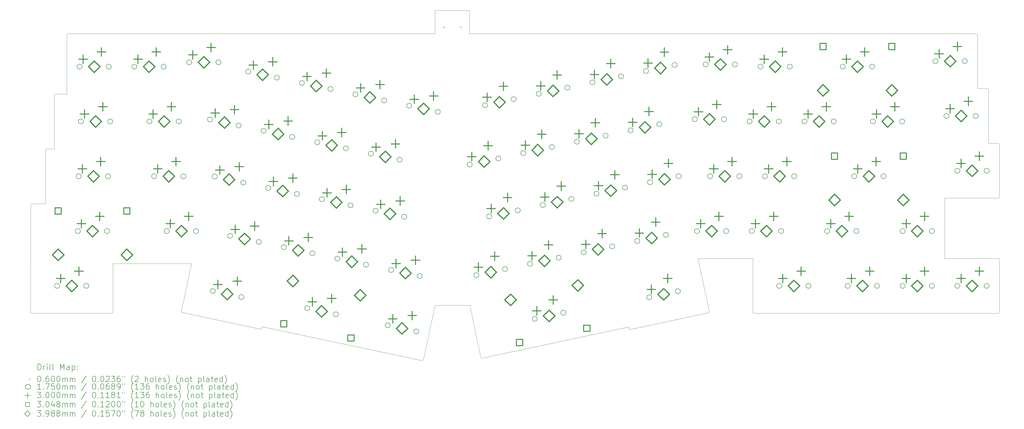
<source format=gbr>
%FSLAX45Y45*%
G04 Gerber Fmt 4.5, Leading zero omitted, Abs format (unit mm)*
G04 Created by KiCad (PCBNEW (6.0.1)) date 2022-05-09 18:45:46*
%MOMM*%
%LPD*%
G01*
G04 APERTURE LIST*
%TA.AperFunction,Profile*%
%ADD10C,0.100000*%
%TD*%
%ADD11C,0.200000*%
%ADD12C,0.060000*%
%ADD13C,0.175000*%
%ADD14C,0.300000*%
%ADD15C,0.304800*%
%ADD16C,0.398780*%
G04 APERTURE END LIST*
D10*
X21915000Y-10951000D02*
X16830000Y-12033000D01*
X34755000Y-10479000D02*
G75*
G03*
X34805000Y-10429000I0J50000D01*
G01*
X34754000Y-8572000D02*
X32899000Y-8572000D01*
X34424000Y-4572000D02*
X34423000Y-2717000D01*
X1143000Y-10428000D02*
G75*
G03*
X1193000Y-10478000I50000J0D01*
G01*
X21915000Y-10951000D02*
X21924355Y-10986645D01*
X34805000Y-4622000D02*
G75*
G03*
X34755000Y-4572000I-50000J0D01*
G01*
X9132645Y-11029645D02*
X6432000Y-10454000D01*
X1717000Y-4762000D02*
X1972000Y-4762000D01*
X2021000Y-2857000D02*
X2400000Y-2857000D01*
X1972000Y-4762000D02*
X1971000Y-2907000D01*
X24673000Y-10462000D02*
G75*
G03*
X24723000Y-10412000I0J50000D01*
G01*
X1657000Y-6670000D02*
X1657000Y-4822000D01*
X24723000Y-10412000D02*
X24332000Y-8573000D01*
X34042000Y-2667000D02*
X34042000Y-812000D01*
X34804000Y-8622000D02*
G75*
G03*
X34754000Y-8572000I-50000J0D01*
G01*
X16390000Y0D02*
X16390000Y-762000D01*
X16390000Y-762000D02*
X33992000Y-762000D01*
X1200000Y-6669000D02*
G75*
G03*
X1150000Y-6719000I0J-50000D01*
G01*
X3951000Y-10477000D02*
X1193000Y-10478000D01*
X2450000Y-762000D02*
X15190000Y-762000D01*
X4001000Y-10427000D02*
X4000000Y-8750000D01*
X3951000Y-10477000D02*
G75*
G03*
X4001000Y-10427000I0J50000D01*
G01*
X16390000Y0D02*
G75*
G03*
X16340000Y50000I-50000J0D01*
G01*
X6382000Y-10404000D02*
G75*
G03*
X6432000Y-10454000I50000J0D01*
G01*
X9191000Y-10943000D02*
X9182645Y-10979645D01*
X14742000Y-12124000D02*
G75*
G03*
X14792000Y-12074000I0J50000D01*
G01*
X2450000Y-762000D02*
G75*
G03*
X2400000Y-812000I0J-50000D01*
G01*
X32899000Y-8572000D02*
X32899000Y-6476000D01*
X6736000Y-8750000D02*
X6382000Y-10404000D01*
X34754000Y-6477000D02*
G75*
G03*
X34804000Y-6427000I0J50000D01*
G01*
X14742000Y-12124000D02*
X9191000Y-10943000D01*
X34804000Y-6427000D02*
X34805000Y-4622000D01*
X1200000Y-6669000D02*
X1657000Y-6670000D01*
X26231000Y-10428000D02*
G75*
G03*
X26281000Y-10478000I50000J0D01*
G01*
X15190000Y-10200000D02*
X16402000Y-10201000D01*
X15190000Y-762000D02*
X15190000Y0D01*
X34755000Y-10479000D02*
X26281000Y-10478000D01*
X34423000Y-2717000D02*
G75*
G03*
X34373000Y-2667000I-50000J0D01*
G01*
X32899000Y-6476000D02*
X34754000Y-6477000D01*
X34373000Y-2667000D02*
X34042000Y-2667000D01*
X26231000Y-8573000D02*
X26231000Y-10428000D01*
X24332000Y-8573000D02*
X26231000Y-8573000D01*
X1143000Y-10428000D02*
X1150000Y-6719000D01*
X9132645Y-11029645D02*
G75*
G03*
X9182645Y-10979645I0J50000D01*
G01*
X34804000Y-8622000D02*
X34805000Y-10429000D01*
X2400000Y-2857000D02*
X2400000Y-812000D01*
X16780000Y-11983000D02*
G75*
G03*
X16830000Y-12033000I50000J0D01*
G01*
X21924355Y-10986645D02*
G75*
G03*
X21974355Y-11036645I50000J0D01*
G01*
X1717000Y-4762000D02*
G75*
G03*
X1657000Y-4822000I0J-60000D01*
G01*
X15240000Y50000D02*
G75*
G03*
X15190000Y0I0J-50000D01*
G01*
X14792000Y-12074000D02*
X15190000Y-10200000D01*
X2021000Y-2857000D02*
G75*
G03*
X1971000Y-2907000I0J-50000D01*
G01*
X15240000Y50000D02*
X16340000Y50000D01*
X16402000Y-10201000D02*
X16780000Y-11983000D01*
X21974355Y-11036645D02*
X24673000Y-10462000D01*
X34042000Y-812000D02*
G75*
G03*
X33992000Y-762000I-50000J0D01*
G01*
X4000000Y-8750000D02*
X6736000Y-8750000D01*
X34755000Y-4572000D02*
X34424000Y-4572000D01*
D11*
D12*
X15477000Y-502500D02*
X15537000Y-562500D01*
X15537000Y-502500D02*
X15477000Y-562500D01*
X16055000Y-502500D02*
X16115000Y-562500D01*
X16115000Y-502500D02*
X16055000Y-562500D01*
D13*
X2151300Y-9525000D02*
G75*
G03*
X2151300Y-9525000I-87500J0D01*
G01*
X2873060Y-7620000D02*
G75*
G03*
X2873060Y-7620000I-87500J0D01*
G01*
X2903750Y-5715000D02*
G75*
G03*
X2903750Y-5715000I-87500J0D01*
G01*
X2932300Y-1905000D02*
G75*
G03*
X2932300Y-1905000I-87500J0D01*
G01*
X2979980Y-3810000D02*
G75*
G03*
X2979980Y-3810000I-87500J0D01*
G01*
X3167300Y-9525000D02*
G75*
G03*
X3167300Y-9525000I-87500J0D01*
G01*
X3889060Y-7620000D02*
G75*
G03*
X3889060Y-7620000I-87500J0D01*
G01*
X3919750Y-5715000D02*
G75*
G03*
X3919750Y-5715000I-87500J0D01*
G01*
X3948300Y-1905000D02*
G75*
G03*
X3948300Y-1905000I-87500J0D01*
G01*
X3995980Y-3810000D02*
G75*
G03*
X3995980Y-3810000I-87500J0D01*
G01*
X4837300Y-1905000D02*
G75*
G03*
X4837300Y-1905000I-87500J0D01*
G01*
X5361180Y-3810000D02*
G75*
G03*
X5361180Y-3810000I-87500J0D01*
G01*
X5523100Y-5715000D02*
G75*
G03*
X5523100Y-5715000I-87500J0D01*
G01*
X5853300Y-1905000D02*
G75*
G03*
X5853300Y-1905000I-87500J0D01*
G01*
X5961250Y-7620000D02*
G75*
G03*
X5961250Y-7620000I-87500J0D01*
G01*
X6377180Y-3810000D02*
G75*
G03*
X6377180Y-3810000I-87500J0D01*
G01*
X6539100Y-5715000D02*
G75*
G03*
X6539100Y-5715000I-87500J0D01*
G01*
X6742300Y-1752600D02*
G75*
G03*
X6742300Y-1752600I-87500J0D01*
G01*
X6977250Y-7620000D02*
G75*
G03*
X6977250Y-7620000I-87500J0D01*
G01*
X7465081Y-3741601D02*
G75*
G03*
X7465081Y-3741601I-87500J0D01*
G01*
X7561471Y-9702141D02*
G75*
G03*
X7561471Y-9702141I-87500J0D01*
G01*
X7628021Y-5723791D02*
G75*
G03*
X7628021Y-5723791I-87500J0D01*
G01*
X7758300Y-1752600D02*
G75*
G03*
X7758300Y-1752600I-87500J0D01*
G01*
X8163631Y-7785201D02*
G75*
G03*
X8163631Y-7785201I-87500J0D01*
G01*
X8458879Y-3952839D02*
G75*
G03*
X8458879Y-3952839I-87500J0D01*
G01*
X8555269Y-9913379D02*
G75*
G03*
X8555269Y-9913379I-87500J0D01*
G01*
X8621819Y-5935029D02*
G75*
G03*
X8621819Y-5935029I-87500J0D01*
G01*
X8792841Y-2076261D02*
G75*
G03*
X8792841Y-2076261I-87500J0D01*
G01*
X9157429Y-7996439D02*
G75*
G03*
X9157429Y-7996439I-87500J0D01*
G01*
X9328451Y-4137671D02*
G75*
G03*
X9328451Y-4137671I-87500J0D01*
G01*
X9491391Y-6119861D02*
G75*
G03*
X9491391Y-6119861I-87500J0D01*
G01*
X9786639Y-2287499D02*
G75*
G03*
X9786639Y-2287499I-87500J0D01*
G01*
X10027001Y-8181271D02*
G75*
G03*
X10027001Y-8181271I-87500J0D01*
G01*
X10322249Y-4348909D02*
G75*
G03*
X10322249Y-4348909I-87500J0D01*
G01*
X10485189Y-6331099D02*
G75*
G03*
X10485189Y-6331099I-87500J0D01*
G01*
X10656211Y-2472341D02*
G75*
G03*
X10656211Y-2472341I-87500J0D01*
G01*
X10842121Y-10302091D02*
G75*
G03*
X10842121Y-10302091I-87500J0D01*
G01*
X11020799Y-8392509D02*
G75*
G03*
X11020799Y-8392509I-87500J0D01*
G01*
X11191821Y-4533741D02*
G75*
G03*
X11191821Y-4533741I-87500J0D01*
G01*
X11352601Y-6514381D02*
G75*
G03*
X11352601Y-6514381I-87500J0D01*
G01*
X11650009Y-2683579D02*
G75*
G03*
X11650009Y-2683579I-87500J0D01*
G01*
X11835919Y-10513329D02*
G75*
G03*
X11835919Y-10513329I-87500J0D01*
G01*
X11890381Y-8577341D02*
G75*
G03*
X11890381Y-8577341I-87500J0D01*
G01*
X12185619Y-4744979D02*
G75*
G03*
X12185619Y-4744979I-87500J0D01*
G01*
X12346399Y-6725619D02*
G75*
G03*
X12346399Y-6725619I-87500J0D01*
G01*
X12519581Y-2868411D02*
G75*
G03*
X12519581Y-2868411I-87500J0D01*
G01*
X12884179Y-8788579D02*
G75*
G03*
X12884179Y-8788579I-87500J0D01*
G01*
X13055191Y-4929811D02*
G75*
G03*
X13055191Y-4929811I-87500J0D01*
G01*
X13218131Y-6912011D02*
G75*
G03*
X13218131Y-6912011I-87500J0D01*
G01*
X13513379Y-3079649D02*
G75*
G03*
X13513379Y-3079649I-87500J0D01*
G01*
X13637181Y-10896201D02*
G75*
G03*
X13637181Y-10896201I-87500J0D01*
G01*
X13753751Y-8973411D02*
G75*
G03*
X13753751Y-8973411I-87500J0D01*
G01*
X14048989Y-5141049D02*
G75*
G03*
X14048989Y-5141049I-87500J0D01*
G01*
X14211929Y-7123249D02*
G75*
G03*
X14211929Y-7123249I-87500J0D01*
G01*
X14382951Y-3264481D02*
G75*
G03*
X14382951Y-3264481I-87500J0D01*
G01*
X14630979Y-11107439D02*
G75*
G03*
X14630979Y-11107439I-87500J0D01*
G01*
X14747549Y-9184649D02*
G75*
G03*
X14747549Y-9184649I-87500J0D01*
G01*
X15376749Y-3475719D02*
G75*
G03*
X15376749Y-3475719I-87500J0D01*
G01*
X16487051Y-5307409D02*
G75*
G03*
X16487051Y-5307409I-87500J0D01*
G01*
X16720181Y-9152969D02*
G75*
G03*
X16720181Y-9152969I-87500J0D01*
G01*
X17022661Y-3245999D02*
G75*
G03*
X17022661Y-3245999I-87500J0D01*
G01*
X17162621Y-7111369D02*
G75*
G03*
X17162621Y-7111369I-87500J0D01*
G01*
X17480849Y-5096171D02*
G75*
G03*
X17480849Y-5096171I-87500J0D01*
G01*
X17713979Y-8941731D02*
G75*
G03*
X17713979Y-8941731I-87500J0D01*
G01*
X18016459Y-3034761D02*
G75*
G03*
X18016459Y-3034761I-87500J0D01*
G01*
X18156419Y-6900131D02*
G75*
G03*
X18156419Y-6900131I-87500J0D01*
G01*
X18350421Y-4911329D02*
G75*
G03*
X18350421Y-4911329I-87500J0D01*
G01*
X18583551Y-8756899D02*
G75*
G03*
X18583551Y-8756899I-87500J0D01*
G01*
X18746721Y-10669769D02*
G75*
G03*
X18746721Y-10669769I-87500J0D01*
G01*
X18886031Y-2849929D02*
G75*
G03*
X18886031Y-2849929I-87500J0D01*
G01*
X19025991Y-6715289D02*
G75*
G03*
X19025991Y-6715289I-87500J0D01*
G01*
X19344219Y-4700091D02*
G75*
G03*
X19344219Y-4700091I-87500J0D01*
G01*
X19577349Y-8545661D02*
G75*
G03*
X19577349Y-8545661I-87500J0D01*
G01*
X19740519Y-10458531D02*
G75*
G03*
X19740519Y-10458531I-87500J0D01*
G01*
X19879829Y-2638691D02*
G75*
G03*
X19879829Y-2638691I-87500J0D01*
G01*
X20019789Y-6504051D02*
G75*
G03*
X20019789Y-6504051I-87500J0D01*
G01*
X20213791Y-4515259D02*
G75*
G03*
X20213791Y-4515259I-87500J0D01*
G01*
X20446921Y-8360829D02*
G75*
G03*
X20446921Y-8360829I-87500J0D01*
G01*
X20749401Y-2453849D02*
G75*
G03*
X20749401Y-2453849I-87500J0D01*
G01*
X20889371Y-6319219D02*
G75*
G03*
X20889371Y-6319219I-87500J0D01*
G01*
X21207589Y-4304021D02*
G75*
G03*
X21207589Y-4304021I-87500J0D01*
G01*
X21440719Y-8149591D02*
G75*
G03*
X21440719Y-8149591I-87500J0D01*
G01*
X21743199Y-2242611D02*
G75*
G03*
X21743199Y-2242611I-87500J0D01*
G01*
X21883169Y-6107981D02*
G75*
G03*
X21883169Y-6107981I-87500J0D01*
G01*
X22077161Y-4119189D02*
G75*
G03*
X22077161Y-4119189I-87500J0D01*
G01*
X22310291Y-7964749D02*
G75*
G03*
X22310291Y-7964749I-87500J0D01*
G01*
X22612771Y-2057779D02*
G75*
G03*
X22612771Y-2057779I-87500J0D01*
G01*
X22726221Y-9921279D02*
G75*
G03*
X22726221Y-9921279I-87500J0D01*
G01*
X22752741Y-5923149D02*
G75*
G03*
X22752741Y-5923149I-87500J0D01*
G01*
X23070959Y-3907951D02*
G75*
G03*
X23070959Y-3907951I-87500J0D01*
G01*
X23304089Y-7753511D02*
G75*
G03*
X23304089Y-7753511I-87500J0D01*
G01*
X23606569Y-1846541D02*
G75*
G03*
X23606569Y-1846541I-87500J0D01*
G01*
X23720019Y-9710041D02*
G75*
G03*
X23720019Y-9710041I-87500J0D01*
G01*
X23746539Y-5711911D02*
G75*
G03*
X23746539Y-5711911I-87500J0D01*
G01*
X24306400Y-3733800D02*
G75*
G03*
X24306400Y-3733800I-87500J0D01*
G01*
X24382600Y-7620000D02*
G75*
G03*
X24382600Y-7620000I-87500J0D01*
G01*
X24687400Y-1828800D02*
G75*
G03*
X24687400Y-1828800I-87500J0D01*
G01*
X24839800Y-5715000D02*
G75*
G03*
X24839800Y-5715000I-87500J0D01*
G01*
X25322400Y-3733800D02*
G75*
G03*
X25322400Y-3733800I-87500J0D01*
G01*
X25398600Y-7620000D02*
G75*
G03*
X25398600Y-7620000I-87500J0D01*
G01*
X25703400Y-1828800D02*
G75*
G03*
X25703400Y-1828800I-87500J0D01*
G01*
X25855800Y-5715000D02*
G75*
G03*
X25855800Y-5715000I-87500J0D01*
G01*
X26211400Y-3810000D02*
G75*
G03*
X26211400Y-3810000I-87500J0D01*
G01*
X26287600Y-7620000D02*
G75*
G03*
X26287600Y-7620000I-87500J0D01*
G01*
X26592400Y-1905000D02*
G75*
G03*
X26592400Y-1905000I-87500J0D01*
G01*
X26744800Y-5715000D02*
G75*
G03*
X26744800Y-5715000I-87500J0D01*
G01*
X27227400Y-3810000D02*
G75*
G03*
X27227400Y-3810000I-87500J0D01*
G01*
X27240150Y-9525000D02*
G75*
G03*
X27240150Y-9525000I-87500J0D01*
G01*
X27303600Y-7620000D02*
G75*
G03*
X27303600Y-7620000I-87500J0D01*
G01*
X27608400Y-1905000D02*
G75*
G03*
X27608400Y-1905000I-87500J0D01*
G01*
X27760800Y-5715000D02*
G75*
G03*
X27760800Y-5715000I-87500J0D01*
G01*
X28116400Y-3810000D02*
G75*
G03*
X28116400Y-3810000I-87500J0D01*
G01*
X28256150Y-9525000D02*
G75*
G03*
X28256150Y-9525000I-87500J0D01*
G01*
X28907000Y-7620000D02*
G75*
G03*
X28907000Y-7620000I-87500J0D01*
G01*
X29132400Y-3810000D02*
G75*
G03*
X29132400Y-3810000I-87500J0D01*
G01*
X29449900Y-1905000D02*
G75*
G03*
X29449900Y-1905000I-87500J0D01*
G01*
X29621350Y-9525000D02*
G75*
G03*
X29621350Y-9525000I-87500J0D01*
G01*
X29847860Y-5715000D02*
G75*
G03*
X29847860Y-5715000I-87500J0D01*
G01*
X29923000Y-7620000D02*
G75*
G03*
X29923000Y-7620000I-87500J0D01*
G01*
X30465900Y-1905000D02*
G75*
G03*
X30465900Y-1905000I-87500J0D01*
G01*
X30497700Y-3810000D02*
G75*
G03*
X30497700Y-3810000I-87500J0D01*
G01*
X30637350Y-9525000D02*
G75*
G03*
X30637350Y-9525000I-87500J0D01*
G01*
X30863860Y-5715000D02*
G75*
G03*
X30863860Y-5715000I-87500J0D01*
G01*
X31513700Y-3810000D02*
G75*
G03*
X31513700Y-3810000I-87500J0D01*
G01*
X31526350Y-7620000D02*
G75*
G03*
X31526350Y-7620000I-87500J0D01*
G01*
X31526350Y-9525000D02*
G75*
G03*
X31526350Y-9525000I-87500J0D01*
G01*
X32542350Y-7620000D02*
G75*
G03*
X32542350Y-7620000I-87500J0D01*
G01*
X32542350Y-9525000D02*
G75*
G03*
X32542350Y-9525000I-87500J0D01*
G01*
X32669350Y-1714500D02*
G75*
G03*
X32669350Y-1714500I-87500J0D01*
G01*
X33050350Y-3619500D02*
G75*
G03*
X33050350Y-3619500I-87500J0D01*
G01*
X33431350Y-5524500D02*
G75*
G03*
X33431350Y-5524500I-87500J0D01*
G01*
X33431350Y-9525000D02*
G75*
G03*
X33431350Y-9525000I-87500J0D01*
G01*
X33685350Y-1714500D02*
G75*
G03*
X33685350Y-1714500I-87500J0D01*
G01*
X34066350Y-3619500D02*
G75*
G03*
X34066350Y-3619500I-87500J0D01*
G01*
X34447350Y-5524500D02*
G75*
G03*
X34447350Y-5524500I-87500J0D01*
G01*
X34447350Y-9525000D02*
G75*
G03*
X34447350Y-9525000I-87500J0D01*
G01*
D14*
X2190800Y-9121000D02*
X2190800Y-9421000D01*
X2040800Y-9271000D02*
X2340800Y-9271000D01*
X2825800Y-8867000D02*
X2825800Y-9167000D01*
X2675800Y-9017000D02*
X2975800Y-9017000D01*
X2912560Y-7216000D02*
X2912560Y-7516000D01*
X2762560Y-7366000D02*
X3062560Y-7366000D01*
X2943250Y-5311000D02*
X2943250Y-5611000D01*
X2793250Y-5461000D02*
X3093250Y-5461000D01*
X2971800Y-1501000D02*
X2971800Y-1801000D01*
X2821800Y-1651000D02*
X3121800Y-1651000D01*
X3019480Y-3406000D02*
X3019480Y-3706000D01*
X2869480Y-3556000D02*
X3169480Y-3556000D01*
X3547560Y-6962000D02*
X3547560Y-7262000D01*
X3397560Y-7112000D02*
X3697560Y-7112000D01*
X3578250Y-5057000D02*
X3578250Y-5357000D01*
X3428250Y-5207000D02*
X3728250Y-5207000D01*
X3606800Y-1247000D02*
X3606800Y-1547000D01*
X3456800Y-1397000D02*
X3756800Y-1397000D01*
X3654480Y-3152000D02*
X3654480Y-3452000D01*
X3504480Y-3302000D02*
X3804480Y-3302000D01*
X4876800Y-1501000D02*
X4876800Y-1801000D01*
X4726800Y-1651000D02*
X5026800Y-1651000D01*
X5400680Y-3406000D02*
X5400680Y-3706000D01*
X5250680Y-3556000D02*
X5550680Y-3556000D01*
X5511800Y-1247000D02*
X5511800Y-1547000D01*
X5361800Y-1397000D02*
X5661800Y-1397000D01*
X5562600Y-5311000D02*
X5562600Y-5611000D01*
X5412600Y-5461000D02*
X5712600Y-5461000D01*
X6000750Y-7216000D02*
X6000750Y-7516000D01*
X5850750Y-7366000D02*
X6150750Y-7366000D01*
X6035680Y-3152000D02*
X6035680Y-3452000D01*
X5885680Y-3302000D02*
X6185680Y-3302000D01*
X6197600Y-5057000D02*
X6197600Y-5357000D01*
X6047600Y-5207000D02*
X6347600Y-5207000D01*
X6635750Y-6962000D02*
X6635750Y-7262000D01*
X6485750Y-7112000D02*
X6785750Y-7112000D01*
X6781800Y-1348600D02*
X6781800Y-1648600D01*
X6631800Y-1498600D02*
X6931800Y-1498600D01*
X7416800Y-1094600D02*
X7416800Y-1394600D01*
X7266800Y-1244600D02*
X7566800Y-1244600D01*
X7554615Y-3369556D02*
X7554615Y-3669556D01*
X7404615Y-3519556D02*
X7704615Y-3519556D01*
X7651005Y-9330096D02*
X7651005Y-9630096D01*
X7501005Y-9480096D02*
X7801005Y-9480096D01*
X7717555Y-5351746D02*
X7717555Y-5651746D01*
X7567555Y-5501746D02*
X7867555Y-5501746D01*
X8228549Y-3253131D02*
X8228549Y-3553131D01*
X8078549Y-3403131D02*
X8378549Y-3403131D01*
X8253165Y-7413156D02*
X8253165Y-7713156D01*
X8103165Y-7563156D02*
X8403165Y-7563156D01*
X8324939Y-9213671D02*
X8324939Y-9513671D01*
X8174939Y-9363671D02*
X8474939Y-9363671D01*
X8391489Y-5235321D02*
X8391489Y-5535321D01*
X8241489Y-5385321D02*
X8541489Y-5385321D01*
X8882375Y-1704216D02*
X8882375Y-2004216D01*
X8732375Y-1854216D02*
X9032375Y-1854216D01*
X8927099Y-7296731D02*
X8927099Y-7596731D01*
X8777099Y-7446731D02*
X9077099Y-7446731D01*
X9417985Y-3765626D02*
X9417985Y-4065626D01*
X9267985Y-3915626D02*
X9567985Y-3915626D01*
X9556309Y-1587791D02*
X9556309Y-1887791D01*
X9406309Y-1737791D02*
X9706309Y-1737791D01*
X9580925Y-5747816D02*
X9580925Y-6047816D01*
X9430925Y-5897816D02*
X9730925Y-5897816D01*
X10091919Y-3649201D02*
X10091919Y-3949201D01*
X9941919Y-3799201D02*
X10241919Y-3799201D01*
X10116535Y-7809226D02*
X10116535Y-8109226D01*
X9966535Y-7959226D02*
X10266535Y-7959226D01*
X10254859Y-5631391D02*
X10254859Y-5931391D01*
X10104859Y-5781391D02*
X10404859Y-5781391D01*
X10745745Y-2100296D02*
X10745745Y-2400296D01*
X10595745Y-2250296D02*
X10895745Y-2250296D01*
X10790469Y-7692801D02*
X10790469Y-7992801D01*
X10640469Y-7842801D02*
X10940469Y-7842801D01*
X10931655Y-9930046D02*
X10931655Y-10230046D01*
X10781655Y-10080046D02*
X11081655Y-10080046D01*
X11281355Y-4161696D02*
X11281355Y-4461696D01*
X11131355Y-4311696D02*
X11431355Y-4311696D01*
X11419679Y-1983871D02*
X11419679Y-2283871D01*
X11269679Y-2133871D02*
X11569679Y-2133871D01*
X11442135Y-6142336D02*
X11442135Y-6442336D01*
X11292135Y-6292336D02*
X11592135Y-6292336D01*
X11605589Y-9813621D02*
X11605589Y-10113621D01*
X11455589Y-9963621D02*
X11755589Y-9963621D01*
X11955289Y-4045271D02*
X11955289Y-4345271D01*
X11805289Y-4195271D02*
X12105289Y-4195271D01*
X11979915Y-8205296D02*
X11979915Y-8505296D01*
X11829915Y-8355296D02*
X12129915Y-8355296D01*
X12116069Y-6025911D02*
X12116069Y-6325911D01*
X11966069Y-6175911D02*
X12266069Y-6175911D01*
X12609115Y-2496366D02*
X12609115Y-2796366D01*
X12459115Y-2646366D02*
X12759115Y-2646366D01*
X12653849Y-8088871D02*
X12653849Y-8388871D01*
X12503849Y-8238871D02*
X12803849Y-8238871D01*
X13144725Y-4557766D02*
X13144725Y-4857766D01*
X12994725Y-4707766D02*
X13294725Y-4707766D01*
X13283049Y-2379941D02*
X13283049Y-2679941D01*
X13133049Y-2529941D02*
X13433049Y-2529941D01*
X13307665Y-6539966D02*
X13307665Y-6839966D01*
X13157665Y-6689966D02*
X13457665Y-6689966D01*
X13726715Y-10524156D02*
X13726715Y-10824156D01*
X13576715Y-10674156D02*
X13876715Y-10674156D01*
X13818659Y-4441341D02*
X13818659Y-4741341D01*
X13668659Y-4591341D02*
X13968659Y-4591341D01*
X13843285Y-8601366D02*
X13843285Y-8901366D01*
X13693285Y-8751366D02*
X13993285Y-8751366D01*
X13981599Y-6423541D02*
X13981599Y-6723541D01*
X13831599Y-6573541D02*
X14131599Y-6573541D01*
X14400649Y-10407731D02*
X14400649Y-10707731D01*
X14250649Y-10557731D02*
X14550649Y-10557731D01*
X14472485Y-2892436D02*
X14472485Y-3192436D01*
X14322485Y-3042436D02*
X14622485Y-3042436D01*
X14517219Y-8484941D02*
X14517219Y-8784941D01*
X14367219Y-8634941D02*
X14667219Y-8634941D01*
X15146419Y-2776011D02*
X15146419Y-3076011D01*
X14996419Y-2926011D02*
X15296419Y-2926011D01*
X16470966Y-4882555D02*
X16470966Y-5182555D01*
X16320966Y-5032555D02*
X16620966Y-5032555D01*
X16704096Y-8728115D02*
X16704096Y-9028115D01*
X16554096Y-8878115D02*
X16854096Y-8878115D01*
X17006576Y-2821145D02*
X17006576Y-3121145D01*
X16856576Y-2971145D02*
X17156576Y-2971145D01*
X17039280Y-4502081D02*
X17039280Y-4802081D01*
X16889280Y-4652081D02*
X17189280Y-4652081D01*
X17146536Y-6686515D02*
X17146536Y-6986515D01*
X16996536Y-6836515D02*
X17296536Y-6836515D01*
X17272410Y-8347641D02*
X17272410Y-8647641D01*
X17122410Y-8497641D02*
X17422410Y-8497641D01*
X17574890Y-2440671D02*
X17574890Y-2740671D01*
X17424890Y-2590671D02*
X17724890Y-2590671D01*
X17714850Y-6306041D02*
X17714850Y-6606041D01*
X17564850Y-6456041D02*
X17864850Y-6456041D01*
X18334336Y-4486475D02*
X18334336Y-4786475D01*
X18184336Y-4636475D02*
X18484336Y-4636475D01*
X18567466Y-8332045D02*
X18567466Y-8632045D01*
X18417466Y-8482045D02*
X18717466Y-8482045D01*
X18730636Y-10244915D02*
X18730636Y-10544915D01*
X18580636Y-10394915D02*
X18880636Y-10394915D01*
X18869946Y-2425075D02*
X18869946Y-2725075D01*
X18719946Y-2575075D02*
X19019946Y-2575075D01*
X18902650Y-4106001D02*
X18902650Y-4406001D01*
X18752650Y-4256001D02*
X19052650Y-4256001D01*
X19009906Y-6290435D02*
X19009906Y-6590435D01*
X18859906Y-6440435D02*
X19159906Y-6440435D01*
X19135780Y-7951571D02*
X19135780Y-8251571D01*
X18985780Y-8101571D02*
X19285780Y-8101571D01*
X19298950Y-9864441D02*
X19298950Y-10164441D01*
X19148950Y-10014441D02*
X19448950Y-10014441D01*
X19438260Y-2044601D02*
X19438260Y-2344601D01*
X19288260Y-2194601D02*
X19588260Y-2194601D01*
X19578220Y-5909961D02*
X19578220Y-6209961D01*
X19428220Y-6059961D02*
X19728220Y-6059961D01*
X20197706Y-4090405D02*
X20197706Y-4390405D01*
X20047706Y-4240405D02*
X20347706Y-4240405D01*
X20430836Y-7935975D02*
X20430836Y-8235975D01*
X20280836Y-8085975D02*
X20580836Y-8085975D01*
X20733316Y-2028995D02*
X20733316Y-2328995D01*
X20583316Y-2178995D02*
X20883316Y-2178995D01*
X20766020Y-3709931D02*
X20766020Y-4009931D01*
X20616020Y-3859931D02*
X20916020Y-3859931D01*
X20873286Y-5894365D02*
X20873286Y-6194365D01*
X20723286Y-6044365D02*
X21023286Y-6044365D01*
X20999150Y-7555501D02*
X20999150Y-7855501D01*
X20849150Y-7705501D02*
X21149150Y-7705501D01*
X21301630Y-1648521D02*
X21301630Y-1948521D01*
X21151630Y-1798521D02*
X21451630Y-1798521D01*
X21441600Y-5513891D02*
X21441600Y-5813891D01*
X21291600Y-5663891D02*
X21591600Y-5663891D01*
X22061076Y-3694335D02*
X22061076Y-3994335D01*
X21911076Y-3844335D02*
X22211076Y-3844335D01*
X22294206Y-7539895D02*
X22294206Y-7839895D01*
X22144206Y-7689895D02*
X22444206Y-7689895D01*
X22596686Y-1632925D02*
X22596686Y-1932925D01*
X22446686Y-1782925D02*
X22746686Y-1782925D01*
X22629390Y-3313861D02*
X22629390Y-3613861D01*
X22479390Y-3463861D02*
X22779390Y-3463861D01*
X22710136Y-9496425D02*
X22710136Y-9796425D01*
X22560136Y-9646425D02*
X22860136Y-9646425D01*
X22736656Y-5498295D02*
X22736656Y-5798295D01*
X22586656Y-5648295D02*
X22886656Y-5648295D01*
X22862520Y-7159421D02*
X22862520Y-7459421D01*
X22712520Y-7309421D02*
X23012520Y-7309421D01*
X23165000Y-1252451D02*
X23165000Y-1552451D01*
X23015000Y-1402451D02*
X23315000Y-1402451D01*
X23278450Y-9115951D02*
X23278450Y-9415951D01*
X23128450Y-9265951D02*
X23428450Y-9265951D01*
X23304970Y-5117821D02*
X23304970Y-5417821D01*
X23154970Y-5267821D02*
X23454970Y-5267821D01*
X24345900Y-3329800D02*
X24345900Y-3629800D01*
X24195900Y-3479800D02*
X24495900Y-3479800D01*
X24422100Y-7216000D02*
X24422100Y-7516000D01*
X24272100Y-7366000D02*
X24572100Y-7366000D01*
X24726900Y-1424800D02*
X24726900Y-1724800D01*
X24576900Y-1574800D02*
X24876900Y-1574800D01*
X24879300Y-5311000D02*
X24879300Y-5611000D01*
X24729300Y-5461000D02*
X25029300Y-5461000D01*
X24980900Y-3075800D02*
X24980900Y-3375800D01*
X24830900Y-3225800D02*
X25130900Y-3225800D01*
X25057100Y-6962000D02*
X25057100Y-7262000D01*
X24907100Y-7112000D02*
X25207100Y-7112000D01*
X25361900Y-1170800D02*
X25361900Y-1470800D01*
X25211900Y-1320800D02*
X25511900Y-1320800D01*
X25514300Y-5057000D02*
X25514300Y-5357000D01*
X25364300Y-5207000D02*
X25664300Y-5207000D01*
X26250900Y-3406000D02*
X26250900Y-3706000D01*
X26100900Y-3556000D02*
X26400900Y-3556000D01*
X26327100Y-7216000D02*
X26327100Y-7516000D01*
X26177100Y-7366000D02*
X26477100Y-7366000D01*
X26631900Y-1501000D02*
X26631900Y-1801000D01*
X26481900Y-1651000D02*
X26781900Y-1651000D01*
X26784300Y-5311000D02*
X26784300Y-5611000D01*
X26634300Y-5461000D02*
X26934300Y-5461000D01*
X26885900Y-3152000D02*
X26885900Y-3452000D01*
X26735900Y-3302000D02*
X27035900Y-3302000D01*
X26962100Y-6962000D02*
X26962100Y-7262000D01*
X26812100Y-7112000D02*
X27112100Y-7112000D01*
X27266900Y-1247000D02*
X27266900Y-1547000D01*
X27116900Y-1397000D02*
X27416900Y-1397000D01*
X27279650Y-9121000D02*
X27279650Y-9421000D01*
X27129650Y-9271000D02*
X27429650Y-9271000D01*
X27419300Y-5057000D02*
X27419300Y-5357000D01*
X27269300Y-5207000D02*
X27569300Y-5207000D01*
X27914650Y-8867000D02*
X27914650Y-9167000D01*
X27764650Y-9017000D02*
X28064650Y-9017000D01*
X28155900Y-3406000D02*
X28155900Y-3706000D01*
X28005900Y-3556000D02*
X28305900Y-3556000D01*
X28790900Y-3152000D02*
X28790900Y-3452000D01*
X28640900Y-3302000D02*
X28940900Y-3302000D01*
X28946500Y-7216000D02*
X28946500Y-7516000D01*
X28796500Y-7366000D02*
X29096500Y-7366000D01*
X29489400Y-1501000D02*
X29489400Y-1801000D01*
X29339400Y-1651000D02*
X29639400Y-1651000D01*
X29581500Y-6962000D02*
X29581500Y-7262000D01*
X29431500Y-7112000D02*
X29731500Y-7112000D01*
X29660850Y-9121000D02*
X29660850Y-9421000D01*
X29510850Y-9271000D02*
X29810850Y-9271000D01*
X29887360Y-5311000D02*
X29887360Y-5611000D01*
X29737360Y-5461000D02*
X30037360Y-5461000D01*
X30124400Y-1247000D02*
X30124400Y-1547000D01*
X29974400Y-1397000D02*
X30274400Y-1397000D01*
X30295850Y-8867000D02*
X30295850Y-9167000D01*
X30145850Y-9017000D02*
X30445850Y-9017000D01*
X30522360Y-5057000D02*
X30522360Y-5357000D01*
X30372360Y-5207000D02*
X30672360Y-5207000D01*
X30537200Y-3406000D02*
X30537200Y-3706000D01*
X30387200Y-3556000D02*
X30687200Y-3556000D01*
X31172200Y-3152000D02*
X31172200Y-3452000D01*
X31022200Y-3302000D02*
X31322200Y-3302000D01*
X31565850Y-7216000D02*
X31565850Y-7516000D01*
X31415850Y-7366000D02*
X31715850Y-7366000D01*
X31565850Y-9121000D02*
X31565850Y-9421000D01*
X31415850Y-9271000D02*
X31715850Y-9271000D01*
X32200850Y-6962000D02*
X32200850Y-7262000D01*
X32050850Y-7112000D02*
X32350850Y-7112000D01*
X32200850Y-8867000D02*
X32200850Y-9167000D01*
X32050850Y-9017000D02*
X32350850Y-9017000D01*
X32708850Y-1310500D02*
X32708850Y-1610500D01*
X32558850Y-1460500D02*
X32858850Y-1460500D01*
X33089850Y-3215500D02*
X33089850Y-3515500D01*
X32939850Y-3365500D02*
X33239850Y-3365500D01*
X33343850Y-1056500D02*
X33343850Y-1356500D01*
X33193850Y-1206500D02*
X33493850Y-1206500D01*
X33470850Y-5120500D02*
X33470850Y-5420500D01*
X33320850Y-5270500D02*
X33620850Y-5270500D01*
X33470850Y-9121000D02*
X33470850Y-9421000D01*
X33320850Y-9271000D02*
X33620850Y-9271000D01*
X33724850Y-2961500D02*
X33724850Y-3261500D01*
X33574850Y-3111500D02*
X33874850Y-3111500D01*
X34105850Y-4866500D02*
X34105850Y-5166500D01*
X33955850Y-5016500D02*
X34255850Y-5016500D01*
X34105850Y-8867000D02*
X34105850Y-9167000D01*
X33955850Y-9017000D02*
X34255850Y-9017000D01*
D15*
X2207524Y-7029264D02*
X2207524Y-6813736D01*
X1991996Y-6813736D01*
X1991996Y-7029264D01*
X2207524Y-7029264D01*
X4595124Y-7029264D02*
X4595124Y-6813736D01*
X4379596Y-6813736D01*
X4379596Y-7029264D01*
X4595124Y-7029264D01*
X10046345Y-10950505D02*
X10046345Y-10734977D01*
X9830817Y-10734977D01*
X9830817Y-10950505D01*
X10046345Y-10950505D01*
X12381770Y-11446915D02*
X12381770Y-11231387D01*
X12166242Y-11231387D01*
X12166242Y-11446915D01*
X12381770Y-11446915D01*
X18241398Y-11603355D02*
X18241398Y-11387827D01*
X18025870Y-11387827D01*
X18025870Y-11603355D01*
X18241398Y-11603355D01*
X20576823Y-11106945D02*
X20576823Y-10891417D01*
X20361295Y-10891417D01*
X20361295Y-11106945D01*
X20576823Y-11106945D01*
X28784364Y-1314264D02*
X28784364Y-1098736D01*
X28568836Y-1098736D01*
X28568836Y-1314264D01*
X28784364Y-1314264D01*
X29182324Y-5124264D02*
X29182324Y-4908736D01*
X28966796Y-4908736D01*
X28966796Y-5124264D01*
X29182324Y-5124264D01*
X31171964Y-1314264D02*
X31171964Y-1098736D01*
X30956436Y-1098736D01*
X30956436Y-1314264D01*
X31171964Y-1314264D01*
X31569924Y-5124264D02*
X31569924Y-4908736D01*
X31354396Y-4908736D01*
X31354396Y-5124264D01*
X31569924Y-5124264D01*
D16*
X2099760Y-8644890D02*
X2299150Y-8445500D01*
X2099760Y-8246110D01*
X1900370Y-8445500D01*
X2099760Y-8644890D01*
X2571800Y-9724390D02*
X2771190Y-9525000D01*
X2571800Y-9325610D01*
X2372410Y-9525000D01*
X2571800Y-9724390D01*
X3293560Y-7819390D02*
X3492950Y-7620000D01*
X3293560Y-7420610D01*
X3094170Y-7620000D01*
X3293560Y-7819390D01*
X3324250Y-5914390D02*
X3523640Y-5715000D01*
X3324250Y-5515610D01*
X3124860Y-5715000D01*
X3324250Y-5914390D01*
X3352800Y-2104390D02*
X3552190Y-1905000D01*
X3352800Y-1705610D01*
X3153410Y-1905000D01*
X3352800Y-2104390D01*
X3400480Y-4009390D02*
X3599870Y-3810000D01*
X3400480Y-3610610D01*
X3201090Y-3810000D01*
X3400480Y-4009390D01*
X4487360Y-8644890D02*
X4686750Y-8445500D01*
X4487360Y-8246110D01*
X4287970Y-8445500D01*
X4487360Y-8644890D01*
X5257800Y-2104390D02*
X5457190Y-1905000D01*
X5257800Y-1705610D01*
X5058410Y-1905000D01*
X5257800Y-2104390D01*
X5781680Y-4009390D02*
X5981070Y-3810000D01*
X5781680Y-3610610D01*
X5582290Y-3810000D01*
X5781680Y-4009390D01*
X5943600Y-5914390D02*
X6142990Y-5715000D01*
X5943600Y-5515610D01*
X5744210Y-5715000D01*
X5943600Y-5914390D01*
X6381750Y-7819390D02*
X6581140Y-7620000D01*
X6381750Y-7420610D01*
X6182360Y-7620000D01*
X6381750Y-7819390D01*
X7162800Y-1951990D02*
X7362190Y-1752600D01*
X7162800Y-1553210D01*
X6963410Y-1752600D01*
X7162800Y-1951990D01*
X7874480Y-4046610D02*
X8073870Y-3847220D01*
X7874480Y-3647830D01*
X7675090Y-3847220D01*
X7874480Y-4046610D01*
X7970870Y-10007150D02*
X8170260Y-9807760D01*
X7970870Y-9608370D01*
X7771480Y-9807760D01*
X7970870Y-10007150D01*
X8037420Y-6028800D02*
X8236810Y-5829410D01*
X8037420Y-5630020D01*
X7838030Y-5829410D01*
X8037420Y-6028800D01*
X8573030Y-8090210D02*
X8772420Y-7890820D01*
X8573030Y-7691430D01*
X8373640Y-7890820D01*
X8573030Y-8090210D01*
X9202240Y-2381270D02*
X9401630Y-2181880D01*
X9202240Y-1982490D01*
X9002850Y-2181880D01*
X9202240Y-2381270D01*
X9737850Y-4442680D02*
X9937240Y-4243290D01*
X9737850Y-4043900D01*
X9538460Y-4243290D01*
X9737850Y-4442680D01*
X9900790Y-6424870D02*
X10100180Y-6225480D01*
X9900790Y-6026090D01*
X9701400Y-6225480D01*
X9900790Y-6424870D01*
X10255439Y-9551434D02*
X10454829Y-9352044D01*
X10255439Y-9152654D01*
X10056049Y-9352044D01*
X10255439Y-9551434D01*
X10436400Y-8486280D02*
X10635790Y-8286890D01*
X10436400Y-8087500D01*
X10237010Y-8286890D01*
X10436400Y-8486280D01*
X11065610Y-2777350D02*
X11265000Y-2577960D01*
X11065610Y-2378570D01*
X10866220Y-2577960D01*
X11065610Y-2777350D01*
X11251520Y-10607100D02*
X11450910Y-10407710D01*
X11251520Y-10208320D01*
X11052130Y-10407710D01*
X11251520Y-10607100D01*
X11601220Y-4838750D02*
X11800610Y-4639360D01*
X11601220Y-4439970D01*
X11401830Y-4639360D01*
X11601220Y-4838750D01*
X11762000Y-6819390D02*
X11961390Y-6620000D01*
X11762000Y-6420610D01*
X11562610Y-6620000D01*
X11762000Y-6819390D01*
X12299780Y-8882350D02*
X12499170Y-8682960D01*
X12299780Y-8483570D01*
X12100390Y-8682960D01*
X12299780Y-8882350D01*
X12590864Y-10047844D02*
X12790254Y-9848454D01*
X12590864Y-9649064D01*
X12391474Y-9848454D01*
X12590864Y-10047844D01*
X12928980Y-3173420D02*
X13128370Y-2974030D01*
X12928980Y-2774640D01*
X12729590Y-2974030D01*
X12928980Y-3173420D01*
X13464590Y-5234820D02*
X13663980Y-5035430D01*
X13464590Y-4836040D01*
X13265200Y-5035430D01*
X13464590Y-5234820D01*
X13627530Y-7217020D02*
X13826920Y-7017630D01*
X13627530Y-6818240D01*
X13428140Y-7017630D01*
X13627530Y-7217020D01*
X14046580Y-11201210D02*
X14245970Y-11001820D01*
X14046580Y-10802430D01*
X13847190Y-11001820D01*
X14046580Y-11201210D01*
X14163150Y-9278420D02*
X14362540Y-9079030D01*
X14163150Y-8879640D01*
X13963760Y-9079030D01*
X14163150Y-9278420D01*
X14792350Y-3569490D02*
X14991740Y-3370100D01*
X14792350Y-3170710D01*
X14592960Y-3370100D01*
X14792350Y-3569490D01*
X16896450Y-5401180D02*
X17095840Y-5201790D01*
X16896450Y-5002400D01*
X16697060Y-5201790D01*
X16896450Y-5401180D01*
X17129580Y-9246740D02*
X17328970Y-9047350D01*
X17129580Y-8847960D01*
X16930190Y-9047350D01*
X17129580Y-9246740D01*
X17432060Y-3339770D02*
X17631450Y-3140380D01*
X17432060Y-2940990D01*
X17232670Y-3140380D01*
X17432060Y-3339770D01*
X17572020Y-7205140D02*
X17771410Y-7005750D01*
X17572020Y-6806360D01*
X17372630Y-7005750D01*
X17572020Y-7205140D01*
X17816776Y-10204284D02*
X18016166Y-10004894D01*
X17816776Y-9805504D01*
X17617386Y-10004894D01*
X17816776Y-10204284D01*
X18759820Y-5005100D02*
X18959210Y-4805710D01*
X18759820Y-4606320D01*
X18560430Y-4805710D01*
X18759820Y-5005100D01*
X18992950Y-8850670D02*
X19192340Y-8651280D01*
X18992950Y-8451890D01*
X18793560Y-8651280D01*
X18992950Y-8850670D01*
X19156120Y-10763540D02*
X19355510Y-10564150D01*
X19156120Y-10364760D01*
X18956730Y-10564150D01*
X19156120Y-10763540D01*
X19295430Y-2943700D02*
X19494820Y-2744310D01*
X19295430Y-2544920D01*
X19096040Y-2744310D01*
X19295430Y-2943700D01*
X19435390Y-6809060D02*
X19634780Y-6609670D01*
X19435390Y-6410280D01*
X19236000Y-6609670D01*
X19435390Y-6809060D01*
X20152202Y-9707874D02*
X20351592Y-9508484D01*
X20152202Y-9309094D01*
X19952812Y-9508484D01*
X20152202Y-9707874D01*
X20623190Y-4609030D02*
X20822580Y-4409640D01*
X20623190Y-4210250D01*
X20423800Y-4409640D01*
X20623190Y-4609030D01*
X20856320Y-8454600D02*
X21055710Y-8255210D01*
X20856320Y-8055820D01*
X20656930Y-8255210D01*
X20856320Y-8454600D01*
X21158800Y-2547620D02*
X21358190Y-2348230D01*
X21158800Y-2148840D01*
X20959410Y-2348230D01*
X21158800Y-2547620D01*
X21298770Y-6412990D02*
X21498160Y-6213600D01*
X21298770Y-6014210D01*
X21099380Y-6213600D01*
X21298770Y-6412990D01*
X22486560Y-4212960D02*
X22685950Y-4013570D01*
X22486560Y-3814180D01*
X22287170Y-4013570D01*
X22486560Y-4212960D01*
X22719690Y-8058520D02*
X22919080Y-7859130D01*
X22719690Y-7659740D01*
X22520300Y-7859130D01*
X22719690Y-8058520D01*
X23022170Y-2151550D02*
X23221560Y-1952160D01*
X23022170Y-1752770D01*
X22822780Y-1952160D01*
X23022170Y-2151550D01*
X23135620Y-10015050D02*
X23335010Y-9815660D01*
X23135620Y-9616270D01*
X22936230Y-9815660D01*
X23135620Y-10015050D01*
X23162140Y-6016920D02*
X23361530Y-5817530D01*
X23162140Y-5618140D01*
X22962750Y-5817530D01*
X23162140Y-6016920D01*
X24726900Y-3933190D02*
X24926290Y-3733800D01*
X24726900Y-3534410D01*
X24527510Y-3733800D01*
X24726900Y-3933190D01*
X24803100Y-7819390D02*
X25002490Y-7620000D01*
X24803100Y-7420610D01*
X24603710Y-7620000D01*
X24803100Y-7819390D01*
X25107900Y-2028190D02*
X25307290Y-1828800D01*
X25107900Y-1629410D01*
X24908510Y-1828800D01*
X25107900Y-2028190D01*
X25260300Y-5914390D02*
X25459690Y-5715000D01*
X25260300Y-5515610D01*
X25060910Y-5715000D01*
X25260300Y-5914390D01*
X26631900Y-4009390D02*
X26831290Y-3810000D01*
X26631900Y-3610610D01*
X26432510Y-3810000D01*
X26631900Y-4009390D01*
X26708100Y-7819390D02*
X26907490Y-7620000D01*
X26708100Y-7420610D01*
X26508710Y-7620000D01*
X26708100Y-7819390D01*
X27012900Y-2104390D02*
X27212290Y-1905000D01*
X27012900Y-1705610D01*
X26813510Y-1905000D01*
X27012900Y-2104390D01*
X27165300Y-5914390D02*
X27364690Y-5715000D01*
X27165300Y-5515610D01*
X26965910Y-5715000D01*
X27165300Y-5914390D01*
X27660650Y-9724390D02*
X27860040Y-9525000D01*
X27660650Y-9325610D01*
X27461260Y-9525000D01*
X27660650Y-9724390D01*
X28536900Y-4009390D02*
X28736290Y-3810000D01*
X28536900Y-3610610D01*
X28337510Y-3810000D01*
X28536900Y-4009390D01*
X28676600Y-2929890D02*
X28875990Y-2730500D01*
X28676600Y-2531110D01*
X28477210Y-2730500D01*
X28676600Y-2929890D01*
X29074560Y-6739890D02*
X29273950Y-6540500D01*
X29074560Y-6341110D01*
X28875170Y-6540500D01*
X29074560Y-6739890D01*
X29327500Y-7819390D02*
X29526890Y-7620000D01*
X29327500Y-7420610D01*
X29128110Y-7620000D01*
X29327500Y-7819390D01*
X29870400Y-2104390D02*
X30069790Y-1905000D01*
X29870400Y-1705610D01*
X29671010Y-1905000D01*
X29870400Y-2104390D01*
X30041850Y-9724390D02*
X30241240Y-9525000D01*
X30041850Y-9325610D01*
X29842460Y-9525000D01*
X30041850Y-9724390D01*
X30268360Y-5914390D02*
X30467750Y-5715000D01*
X30268360Y-5515610D01*
X30068970Y-5715000D01*
X30268360Y-5914390D01*
X30918200Y-4009390D02*
X31117590Y-3810000D01*
X30918200Y-3610610D01*
X30718810Y-3810000D01*
X30918200Y-4009390D01*
X31064200Y-2929890D02*
X31263590Y-2730500D01*
X31064200Y-2531110D01*
X30864810Y-2730500D01*
X31064200Y-2929890D01*
X31462160Y-6739890D02*
X31661550Y-6540500D01*
X31462160Y-6341110D01*
X31262770Y-6540500D01*
X31462160Y-6739890D01*
X31946850Y-7819390D02*
X32146240Y-7620000D01*
X31946850Y-7420610D01*
X31747460Y-7620000D01*
X31946850Y-7819390D01*
X31946850Y-9724390D02*
X32146240Y-9525000D01*
X31946850Y-9325610D01*
X31747460Y-9525000D01*
X31946850Y-9724390D01*
X33089850Y-1913890D02*
X33289240Y-1714500D01*
X33089850Y-1515110D01*
X32890460Y-1714500D01*
X33089850Y-1913890D01*
X33470850Y-3818890D02*
X33670240Y-3619500D01*
X33470850Y-3420110D01*
X33271460Y-3619500D01*
X33470850Y-3818890D01*
X33851850Y-5723890D02*
X34051240Y-5524500D01*
X33851850Y-5325110D01*
X33652460Y-5524500D01*
X33851850Y-5723890D01*
X33851850Y-9724390D02*
X34051240Y-9525000D01*
X33851850Y-9325610D01*
X33652460Y-9525000D01*
X33851850Y-9724390D01*
D11*
X1395619Y-12439476D02*
X1395619Y-12239476D01*
X1443238Y-12239476D01*
X1471809Y-12249000D01*
X1490857Y-12268048D01*
X1500381Y-12287095D01*
X1509905Y-12325190D01*
X1509905Y-12353762D01*
X1500381Y-12391857D01*
X1490857Y-12410905D01*
X1471809Y-12429952D01*
X1443238Y-12439476D01*
X1395619Y-12439476D01*
X1595619Y-12439476D02*
X1595619Y-12306143D01*
X1595619Y-12344238D02*
X1605143Y-12325190D01*
X1614667Y-12315667D01*
X1633714Y-12306143D01*
X1652762Y-12306143D01*
X1719428Y-12439476D02*
X1719428Y-12306143D01*
X1719428Y-12239476D02*
X1709905Y-12249000D01*
X1719428Y-12258524D01*
X1728952Y-12249000D01*
X1719428Y-12239476D01*
X1719428Y-12258524D01*
X1843238Y-12439476D02*
X1824190Y-12429952D01*
X1814667Y-12410905D01*
X1814667Y-12239476D01*
X1948000Y-12439476D02*
X1928952Y-12429952D01*
X1919428Y-12410905D01*
X1919428Y-12239476D01*
X2176571Y-12439476D02*
X2176571Y-12239476D01*
X2243238Y-12382333D01*
X2309905Y-12239476D01*
X2309905Y-12439476D01*
X2490857Y-12439476D02*
X2490857Y-12334714D01*
X2481333Y-12315667D01*
X2462286Y-12306143D01*
X2424190Y-12306143D01*
X2405143Y-12315667D01*
X2490857Y-12429952D02*
X2471810Y-12439476D01*
X2424190Y-12439476D01*
X2405143Y-12429952D01*
X2395619Y-12410905D01*
X2395619Y-12391857D01*
X2405143Y-12372809D01*
X2424190Y-12363286D01*
X2471810Y-12363286D01*
X2490857Y-12353762D01*
X2586095Y-12306143D02*
X2586095Y-12506143D01*
X2586095Y-12315667D02*
X2605143Y-12306143D01*
X2643238Y-12306143D01*
X2662286Y-12315667D01*
X2671810Y-12325190D01*
X2681333Y-12344238D01*
X2681333Y-12401381D01*
X2671810Y-12420428D01*
X2662286Y-12429952D01*
X2643238Y-12439476D01*
X2605143Y-12439476D01*
X2586095Y-12429952D01*
X2767048Y-12420428D02*
X2776571Y-12429952D01*
X2767048Y-12439476D01*
X2757524Y-12429952D01*
X2767048Y-12420428D01*
X2767048Y-12439476D01*
X2767048Y-12315667D02*
X2776571Y-12325190D01*
X2767048Y-12334714D01*
X2757524Y-12325190D01*
X2767048Y-12315667D01*
X2767048Y-12334714D01*
D12*
X1078000Y-12739000D02*
X1138000Y-12799000D01*
X1138000Y-12739000D02*
X1078000Y-12799000D01*
D11*
X1433714Y-12659476D02*
X1452762Y-12659476D01*
X1471809Y-12669000D01*
X1481333Y-12678524D01*
X1490857Y-12697571D01*
X1500381Y-12735667D01*
X1500381Y-12783286D01*
X1490857Y-12821381D01*
X1481333Y-12840428D01*
X1471809Y-12849952D01*
X1452762Y-12859476D01*
X1433714Y-12859476D01*
X1414667Y-12849952D01*
X1405143Y-12840428D01*
X1395619Y-12821381D01*
X1386095Y-12783286D01*
X1386095Y-12735667D01*
X1395619Y-12697571D01*
X1405143Y-12678524D01*
X1414667Y-12669000D01*
X1433714Y-12659476D01*
X1586095Y-12840428D02*
X1595619Y-12849952D01*
X1586095Y-12859476D01*
X1576571Y-12849952D01*
X1586095Y-12840428D01*
X1586095Y-12859476D01*
X1767048Y-12659476D02*
X1728952Y-12659476D01*
X1709905Y-12669000D01*
X1700381Y-12678524D01*
X1681333Y-12707095D01*
X1671809Y-12745190D01*
X1671809Y-12821381D01*
X1681333Y-12840428D01*
X1690857Y-12849952D01*
X1709905Y-12859476D01*
X1748000Y-12859476D01*
X1767048Y-12849952D01*
X1776571Y-12840428D01*
X1786095Y-12821381D01*
X1786095Y-12773762D01*
X1776571Y-12754714D01*
X1767048Y-12745190D01*
X1748000Y-12735667D01*
X1709905Y-12735667D01*
X1690857Y-12745190D01*
X1681333Y-12754714D01*
X1671809Y-12773762D01*
X1909905Y-12659476D02*
X1928952Y-12659476D01*
X1948000Y-12669000D01*
X1957524Y-12678524D01*
X1967048Y-12697571D01*
X1976571Y-12735667D01*
X1976571Y-12783286D01*
X1967048Y-12821381D01*
X1957524Y-12840428D01*
X1948000Y-12849952D01*
X1928952Y-12859476D01*
X1909905Y-12859476D01*
X1890857Y-12849952D01*
X1881333Y-12840428D01*
X1871809Y-12821381D01*
X1862286Y-12783286D01*
X1862286Y-12735667D01*
X1871809Y-12697571D01*
X1881333Y-12678524D01*
X1890857Y-12669000D01*
X1909905Y-12659476D01*
X2100381Y-12659476D02*
X2119429Y-12659476D01*
X2138476Y-12669000D01*
X2148000Y-12678524D01*
X2157524Y-12697571D01*
X2167048Y-12735667D01*
X2167048Y-12783286D01*
X2157524Y-12821381D01*
X2148000Y-12840428D01*
X2138476Y-12849952D01*
X2119429Y-12859476D01*
X2100381Y-12859476D01*
X2081333Y-12849952D01*
X2071809Y-12840428D01*
X2062286Y-12821381D01*
X2052762Y-12783286D01*
X2052762Y-12735667D01*
X2062286Y-12697571D01*
X2071809Y-12678524D01*
X2081333Y-12669000D01*
X2100381Y-12659476D01*
X2252762Y-12859476D02*
X2252762Y-12726143D01*
X2252762Y-12745190D02*
X2262286Y-12735667D01*
X2281333Y-12726143D01*
X2309905Y-12726143D01*
X2328952Y-12735667D01*
X2338476Y-12754714D01*
X2338476Y-12859476D01*
X2338476Y-12754714D02*
X2348000Y-12735667D01*
X2367048Y-12726143D01*
X2395619Y-12726143D01*
X2414667Y-12735667D01*
X2424190Y-12754714D01*
X2424190Y-12859476D01*
X2519429Y-12859476D02*
X2519429Y-12726143D01*
X2519429Y-12745190D02*
X2528952Y-12735667D01*
X2548000Y-12726143D01*
X2576571Y-12726143D01*
X2595619Y-12735667D01*
X2605143Y-12754714D01*
X2605143Y-12859476D01*
X2605143Y-12754714D02*
X2614667Y-12735667D01*
X2633714Y-12726143D01*
X2662286Y-12726143D01*
X2681333Y-12735667D01*
X2690857Y-12754714D01*
X2690857Y-12859476D01*
X3081333Y-12649952D02*
X2909905Y-12907095D01*
X3338476Y-12659476D02*
X3357524Y-12659476D01*
X3376571Y-12669000D01*
X3386095Y-12678524D01*
X3395619Y-12697571D01*
X3405143Y-12735667D01*
X3405143Y-12783286D01*
X3395619Y-12821381D01*
X3386095Y-12840428D01*
X3376571Y-12849952D01*
X3357524Y-12859476D01*
X3338476Y-12859476D01*
X3319428Y-12849952D01*
X3309905Y-12840428D01*
X3300381Y-12821381D01*
X3290857Y-12783286D01*
X3290857Y-12735667D01*
X3300381Y-12697571D01*
X3309905Y-12678524D01*
X3319428Y-12669000D01*
X3338476Y-12659476D01*
X3490857Y-12840428D02*
X3500381Y-12849952D01*
X3490857Y-12859476D01*
X3481333Y-12849952D01*
X3490857Y-12840428D01*
X3490857Y-12859476D01*
X3624190Y-12659476D02*
X3643238Y-12659476D01*
X3662286Y-12669000D01*
X3671809Y-12678524D01*
X3681333Y-12697571D01*
X3690857Y-12735667D01*
X3690857Y-12783286D01*
X3681333Y-12821381D01*
X3671809Y-12840428D01*
X3662286Y-12849952D01*
X3643238Y-12859476D01*
X3624190Y-12859476D01*
X3605143Y-12849952D01*
X3595619Y-12840428D01*
X3586095Y-12821381D01*
X3576571Y-12783286D01*
X3576571Y-12735667D01*
X3586095Y-12697571D01*
X3595619Y-12678524D01*
X3605143Y-12669000D01*
X3624190Y-12659476D01*
X3767048Y-12678524D02*
X3776571Y-12669000D01*
X3795619Y-12659476D01*
X3843238Y-12659476D01*
X3862286Y-12669000D01*
X3871809Y-12678524D01*
X3881333Y-12697571D01*
X3881333Y-12716619D01*
X3871809Y-12745190D01*
X3757524Y-12859476D01*
X3881333Y-12859476D01*
X3948000Y-12659476D02*
X4071809Y-12659476D01*
X4005143Y-12735667D01*
X4033714Y-12735667D01*
X4052762Y-12745190D01*
X4062286Y-12754714D01*
X4071809Y-12773762D01*
X4071809Y-12821381D01*
X4062286Y-12840428D01*
X4052762Y-12849952D01*
X4033714Y-12859476D01*
X3976571Y-12859476D01*
X3957524Y-12849952D01*
X3948000Y-12840428D01*
X4243238Y-12659476D02*
X4205143Y-12659476D01*
X4186095Y-12669000D01*
X4176571Y-12678524D01*
X4157524Y-12707095D01*
X4148000Y-12745190D01*
X4148000Y-12821381D01*
X4157524Y-12840428D01*
X4167048Y-12849952D01*
X4186095Y-12859476D01*
X4224190Y-12859476D01*
X4243238Y-12849952D01*
X4252762Y-12840428D01*
X4262286Y-12821381D01*
X4262286Y-12773762D01*
X4252762Y-12754714D01*
X4243238Y-12745190D01*
X4224190Y-12735667D01*
X4186095Y-12735667D01*
X4167048Y-12745190D01*
X4157524Y-12754714D01*
X4148000Y-12773762D01*
X4338476Y-12659476D02*
X4338476Y-12697571D01*
X4414667Y-12659476D02*
X4414667Y-12697571D01*
X4709905Y-12935667D02*
X4700381Y-12926143D01*
X4681333Y-12897571D01*
X4671810Y-12878524D01*
X4662286Y-12849952D01*
X4652762Y-12802333D01*
X4652762Y-12764238D01*
X4662286Y-12716619D01*
X4671810Y-12688048D01*
X4681333Y-12669000D01*
X4700381Y-12640428D01*
X4709905Y-12630905D01*
X4776571Y-12678524D02*
X4786095Y-12669000D01*
X4805143Y-12659476D01*
X4852762Y-12659476D01*
X4871810Y-12669000D01*
X4881333Y-12678524D01*
X4890857Y-12697571D01*
X4890857Y-12716619D01*
X4881333Y-12745190D01*
X4767048Y-12859476D01*
X4890857Y-12859476D01*
X5128952Y-12859476D02*
X5128952Y-12659476D01*
X5214667Y-12859476D02*
X5214667Y-12754714D01*
X5205143Y-12735667D01*
X5186095Y-12726143D01*
X5157524Y-12726143D01*
X5138476Y-12735667D01*
X5128952Y-12745190D01*
X5338476Y-12859476D02*
X5319429Y-12849952D01*
X5309905Y-12840428D01*
X5300381Y-12821381D01*
X5300381Y-12764238D01*
X5309905Y-12745190D01*
X5319429Y-12735667D01*
X5338476Y-12726143D01*
X5367048Y-12726143D01*
X5386095Y-12735667D01*
X5395619Y-12745190D01*
X5405143Y-12764238D01*
X5405143Y-12821381D01*
X5395619Y-12840428D01*
X5386095Y-12849952D01*
X5367048Y-12859476D01*
X5338476Y-12859476D01*
X5519429Y-12859476D02*
X5500381Y-12849952D01*
X5490857Y-12830905D01*
X5490857Y-12659476D01*
X5671809Y-12849952D02*
X5652762Y-12859476D01*
X5614667Y-12859476D01*
X5595619Y-12849952D01*
X5586095Y-12830905D01*
X5586095Y-12754714D01*
X5595619Y-12735667D01*
X5614667Y-12726143D01*
X5652762Y-12726143D01*
X5671809Y-12735667D01*
X5681333Y-12754714D01*
X5681333Y-12773762D01*
X5586095Y-12792809D01*
X5757524Y-12849952D02*
X5776571Y-12859476D01*
X5814667Y-12859476D01*
X5833714Y-12849952D01*
X5843238Y-12830905D01*
X5843238Y-12821381D01*
X5833714Y-12802333D01*
X5814667Y-12792809D01*
X5786095Y-12792809D01*
X5767048Y-12783286D01*
X5757524Y-12764238D01*
X5757524Y-12754714D01*
X5767048Y-12735667D01*
X5786095Y-12726143D01*
X5814667Y-12726143D01*
X5833714Y-12735667D01*
X5909905Y-12935667D02*
X5919428Y-12926143D01*
X5938476Y-12897571D01*
X5948000Y-12878524D01*
X5957524Y-12849952D01*
X5967048Y-12802333D01*
X5967048Y-12764238D01*
X5957524Y-12716619D01*
X5948000Y-12688048D01*
X5938476Y-12669000D01*
X5919428Y-12640428D01*
X5909905Y-12630905D01*
X6271809Y-12935667D02*
X6262286Y-12926143D01*
X6243238Y-12897571D01*
X6233714Y-12878524D01*
X6224190Y-12849952D01*
X6214667Y-12802333D01*
X6214667Y-12764238D01*
X6224190Y-12716619D01*
X6233714Y-12688048D01*
X6243238Y-12669000D01*
X6262286Y-12640428D01*
X6271809Y-12630905D01*
X6348000Y-12726143D02*
X6348000Y-12859476D01*
X6348000Y-12745190D02*
X6357524Y-12735667D01*
X6376571Y-12726143D01*
X6405143Y-12726143D01*
X6424190Y-12735667D01*
X6433714Y-12754714D01*
X6433714Y-12859476D01*
X6557524Y-12859476D02*
X6538476Y-12849952D01*
X6528952Y-12840428D01*
X6519428Y-12821381D01*
X6519428Y-12764238D01*
X6528952Y-12745190D01*
X6538476Y-12735667D01*
X6557524Y-12726143D01*
X6586095Y-12726143D01*
X6605143Y-12735667D01*
X6614667Y-12745190D01*
X6624190Y-12764238D01*
X6624190Y-12821381D01*
X6614667Y-12840428D01*
X6605143Y-12849952D01*
X6586095Y-12859476D01*
X6557524Y-12859476D01*
X6681333Y-12726143D02*
X6757524Y-12726143D01*
X6709905Y-12659476D02*
X6709905Y-12830905D01*
X6719428Y-12849952D01*
X6738476Y-12859476D01*
X6757524Y-12859476D01*
X6976571Y-12726143D02*
X6976571Y-12926143D01*
X6976571Y-12735667D02*
X6995619Y-12726143D01*
X7033714Y-12726143D01*
X7052762Y-12735667D01*
X7062286Y-12745190D01*
X7071809Y-12764238D01*
X7071809Y-12821381D01*
X7062286Y-12840428D01*
X7052762Y-12849952D01*
X7033714Y-12859476D01*
X6995619Y-12859476D01*
X6976571Y-12849952D01*
X7186095Y-12859476D02*
X7167048Y-12849952D01*
X7157524Y-12830905D01*
X7157524Y-12659476D01*
X7348000Y-12859476D02*
X7348000Y-12754714D01*
X7338476Y-12735667D01*
X7319428Y-12726143D01*
X7281333Y-12726143D01*
X7262286Y-12735667D01*
X7348000Y-12849952D02*
X7328952Y-12859476D01*
X7281333Y-12859476D01*
X7262286Y-12849952D01*
X7252762Y-12830905D01*
X7252762Y-12811857D01*
X7262286Y-12792809D01*
X7281333Y-12783286D01*
X7328952Y-12783286D01*
X7348000Y-12773762D01*
X7414667Y-12726143D02*
X7490857Y-12726143D01*
X7443238Y-12659476D02*
X7443238Y-12830905D01*
X7452762Y-12849952D01*
X7471809Y-12859476D01*
X7490857Y-12859476D01*
X7633714Y-12849952D02*
X7614667Y-12859476D01*
X7576571Y-12859476D01*
X7557524Y-12849952D01*
X7548000Y-12830905D01*
X7548000Y-12754714D01*
X7557524Y-12735667D01*
X7576571Y-12726143D01*
X7614667Y-12726143D01*
X7633714Y-12735667D01*
X7643238Y-12754714D01*
X7643238Y-12773762D01*
X7548000Y-12792809D01*
X7814667Y-12859476D02*
X7814667Y-12659476D01*
X7814667Y-12849952D02*
X7795619Y-12859476D01*
X7757524Y-12859476D01*
X7738476Y-12849952D01*
X7728952Y-12840428D01*
X7719428Y-12821381D01*
X7719428Y-12764238D01*
X7728952Y-12745190D01*
X7738476Y-12735667D01*
X7757524Y-12726143D01*
X7795619Y-12726143D01*
X7814667Y-12735667D01*
X7890857Y-12935667D02*
X7900381Y-12926143D01*
X7919428Y-12897571D01*
X7928952Y-12878524D01*
X7938476Y-12849952D01*
X7948000Y-12802333D01*
X7948000Y-12764238D01*
X7938476Y-12716619D01*
X7928952Y-12688048D01*
X7919428Y-12669000D01*
X7900381Y-12640428D01*
X7890857Y-12630905D01*
D13*
X1138000Y-13033000D02*
G75*
G03*
X1138000Y-13033000I-87500J0D01*
G01*
D11*
X1500381Y-13123476D02*
X1386095Y-13123476D01*
X1443238Y-13123476D02*
X1443238Y-12923476D01*
X1424190Y-12952048D01*
X1405143Y-12971095D01*
X1386095Y-12980619D01*
X1586095Y-13104428D02*
X1595619Y-13113952D01*
X1586095Y-13123476D01*
X1576571Y-13113952D01*
X1586095Y-13104428D01*
X1586095Y-13123476D01*
X1662286Y-12923476D02*
X1795619Y-12923476D01*
X1709905Y-13123476D01*
X1967048Y-12923476D02*
X1871809Y-12923476D01*
X1862286Y-13018714D01*
X1871809Y-13009190D01*
X1890857Y-12999667D01*
X1938476Y-12999667D01*
X1957524Y-13009190D01*
X1967048Y-13018714D01*
X1976571Y-13037762D01*
X1976571Y-13085381D01*
X1967048Y-13104428D01*
X1957524Y-13113952D01*
X1938476Y-13123476D01*
X1890857Y-13123476D01*
X1871809Y-13113952D01*
X1862286Y-13104428D01*
X2100381Y-12923476D02*
X2119429Y-12923476D01*
X2138476Y-12933000D01*
X2148000Y-12942524D01*
X2157524Y-12961571D01*
X2167048Y-12999667D01*
X2167048Y-13047286D01*
X2157524Y-13085381D01*
X2148000Y-13104428D01*
X2138476Y-13113952D01*
X2119429Y-13123476D01*
X2100381Y-13123476D01*
X2081333Y-13113952D01*
X2071809Y-13104428D01*
X2062286Y-13085381D01*
X2052762Y-13047286D01*
X2052762Y-12999667D01*
X2062286Y-12961571D01*
X2071809Y-12942524D01*
X2081333Y-12933000D01*
X2100381Y-12923476D01*
X2252762Y-13123476D02*
X2252762Y-12990143D01*
X2252762Y-13009190D02*
X2262286Y-12999667D01*
X2281333Y-12990143D01*
X2309905Y-12990143D01*
X2328952Y-12999667D01*
X2338476Y-13018714D01*
X2338476Y-13123476D01*
X2338476Y-13018714D02*
X2348000Y-12999667D01*
X2367048Y-12990143D01*
X2395619Y-12990143D01*
X2414667Y-12999667D01*
X2424190Y-13018714D01*
X2424190Y-13123476D01*
X2519429Y-13123476D02*
X2519429Y-12990143D01*
X2519429Y-13009190D02*
X2528952Y-12999667D01*
X2548000Y-12990143D01*
X2576571Y-12990143D01*
X2595619Y-12999667D01*
X2605143Y-13018714D01*
X2605143Y-13123476D01*
X2605143Y-13018714D02*
X2614667Y-12999667D01*
X2633714Y-12990143D01*
X2662286Y-12990143D01*
X2681333Y-12999667D01*
X2690857Y-13018714D01*
X2690857Y-13123476D01*
X3081333Y-12913952D02*
X2909905Y-13171095D01*
X3338476Y-12923476D02*
X3357524Y-12923476D01*
X3376571Y-12933000D01*
X3386095Y-12942524D01*
X3395619Y-12961571D01*
X3405143Y-12999667D01*
X3405143Y-13047286D01*
X3395619Y-13085381D01*
X3386095Y-13104428D01*
X3376571Y-13113952D01*
X3357524Y-13123476D01*
X3338476Y-13123476D01*
X3319428Y-13113952D01*
X3309905Y-13104428D01*
X3300381Y-13085381D01*
X3290857Y-13047286D01*
X3290857Y-12999667D01*
X3300381Y-12961571D01*
X3309905Y-12942524D01*
X3319428Y-12933000D01*
X3338476Y-12923476D01*
X3490857Y-13104428D02*
X3500381Y-13113952D01*
X3490857Y-13123476D01*
X3481333Y-13113952D01*
X3490857Y-13104428D01*
X3490857Y-13123476D01*
X3624190Y-12923476D02*
X3643238Y-12923476D01*
X3662286Y-12933000D01*
X3671809Y-12942524D01*
X3681333Y-12961571D01*
X3690857Y-12999667D01*
X3690857Y-13047286D01*
X3681333Y-13085381D01*
X3671809Y-13104428D01*
X3662286Y-13113952D01*
X3643238Y-13123476D01*
X3624190Y-13123476D01*
X3605143Y-13113952D01*
X3595619Y-13104428D01*
X3586095Y-13085381D01*
X3576571Y-13047286D01*
X3576571Y-12999667D01*
X3586095Y-12961571D01*
X3595619Y-12942524D01*
X3605143Y-12933000D01*
X3624190Y-12923476D01*
X3862286Y-12923476D02*
X3824190Y-12923476D01*
X3805143Y-12933000D01*
X3795619Y-12942524D01*
X3776571Y-12971095D01*
X3767048Y-13009190D01*
X3767048Y-13085381D01*
X3776571Y-13104428D01*
X3786095Y-13113952D01*
X3805143Y-13123476D01*
X3843238Y-13123476D01*
X3862286Y-13113952D01*
X3871809Y-13104428D01*
X3881333Y-13085381D01*
X3881333Y-13037762D01*
X3871809Y-13018714D01*
X3862286Y-13009190D01*
X3843238Y-12999667D01*
X3805143Y-12999667D01*
X3786095Y-13009190D01*
X3776571Y-13018714D01*
X3767048Y-13037762D01*
X3995619Y-13009190D02*
X3976571Y-12999667D01*
X3967048Y-12990143D01*
X3957524Y-12971095D01*
X3957524Y-12961571D01*
X3967048Y-12942524D01*
X3976571Y-12933000D01*
X3995619Y-12923476D01*
X4033714Y-12923476D01*
X4052762Y-12933000D01*
X4062286Y-12942524D01*
X4071809Y-12961571D01*
X4071809Y-12971095D01*
X4062286Y-12990143D01*
X4052762Y-12999667D01*
X4033714Y-13009190D01*
X3995619Y-13009190D01*
X3976571Y-13018714D01*
X3967048Y-13028238D01*
X3957524Y-13047286D01*
X3957524Y-13085381D01*
X3967048Y-13104428D01*
X3976571Y-13113952D01*
X3995619Y-13123476D01*
X4033714Y-13123476D01*
X4052762Y-13113952D01*
X4062286Y-13104428D01*
X4071809Y-13085381D01*
X4071809Y-13047286D01*
X4062286Y-13028238D01*
X4052762Y-13018714D01*
X4033714Y-13009190D01*
X4167048Y-13123476D02*
X4205143Y-13123476D01*
X4224190Y-13113952D01*
X4233714Y-13104428D01*
X4252762Y-13075857D01*
X4262286Y-13037762D01*
X4262286Y-12961571D01*
X4252762Y-12942524D01*
X4243238Y-12933000D01*
X4224190Y-12923476D01*
X4186095Y-12923476D01*
X4167048Y-12933000D01*
X4157524Y-12942524D01*
X4148000Y-12961571D01*
X4148000Y-13009190D01*
X4157524Y-13028238D01*
X4167048Y-13037762D01*
X4186095Y-13047286D01*
X4224190Y-13047286D01*
X4243238Y-13037762D01*
X4252762Y-13028238D01*
X4262286Y-13009190D01*
X4338476Y-12923476D02*
X4338476Y-12961571D01*
X4414667Y-12923476D02*
X4414667Y-12961571D01*
X4709905Y-13199667D02*
X4700381Y-13190143D01*
X4681333Y-13161571D01*
X4671810Y-13142524D01*
X4662286Y-13113952D01*
X4652762Y-13066333D01*
X4652762Y-13028238D01*
X4662286Y-12980619D01*
X4671810Y-12952048D01*
X4681333Y-12933000D01*
X4700381Y-12904428D01*
X4709905Y-12894905D01*
X4890857Y-13123476D02*
X4776571Y-13123476D01*
X4833714Y-13123476D02*
X4833714Y-12923476D01*
X4814667Y-12952048D01*
X4795619Y-12971095D01*
X4776571Y-12980619D01*
X4957524Y-12923476D02*
X5081333Y-12923476D01*
X5014667Y-12999667D01*
X5043238Y-12999667D01*
X5062286Y-13009190D01*
X5071810Y-13018714D01*
X5081333Y-13037762D01*
X5081333Y-13085381D01*
X5071810Y-13104428D01*
X5062286Y-13113952D01*
X5043238Y-13123476D01*
X4986095Y-13123476D01*
X4967048Y-13113952D01*
X4957524Y-13104428D01*
X5252762Y-12923476D02*
X5214667Y-12923476D01*
X5195619Y-12933000D01*
X5186095Y-12942524D01*
X5167048Y-12971095D01*
X5157524Y-13009190D01*
X5157524Y-13085381D01*
X5167048Y-13104428D01*
X5176571Y-13113952D01*
X5195619Y-13123476D01*
X5233714Y-13123476D01*
X5252762Y-13113952D01*
X5262286Y-13104428D01*
X5271810Y-13085381D01*
X5271810Y-13037762D01*
X5262286Y-13018714D01*
X5252762Y-13009190D01*
X5233714Y-12999667D01*
X5195619Y-12999667D01*
X5176571Y-13009190D01*
X5167048Y-13018714D01*
X5157524Y-13037762D01*
X5509905Y-13123476D02*
X5509905Y-12923476D01*
X5595619Y-13123476D02*
X5595619Y-13018714D01*
X5586095Y-12999667D01*
X5567048Y-12990143D01*
X5538476Y-12990143D01*
X5519429Y-12999667D01*
X5509905Y-13009190D01*
X5719428Y-13123476D02*
X5700381Y-13113952D01*
X5690857Y-13104428D01*
X5681333Y-13085381D01*
X5681333Y-13028238D01*
X5690857Y-13009190D01*
X5700381Y-12999667D01*
X5719428Y-12990143D01*
X5748000Y-12990143D01*
X5767048Y-12999667D01*
X5776571Y-13009190D01*
X5786095Y-13028238D01*
X5786095Y-13085381D01*
X5776571Y-13104428D01*
X5767048Y-13113952D01*
X5748000Y-13123476D01*
X5719428Y-13123476D01*
X5900381Y-13123476D02*
X5881333Y-13113952D01*
X5871809Y-13094905D01*
X5871809Y-12923476D01*
X6052762Y-13113952D02*
X6033714Y-13123476D01*
X5995619Y-13123476D01*
X5976571Y-13113952D01*
X5967048Y-13094905D01*
X5967048Y-13018714D01*
X5976571Y-12999667D01*
X5995619Y-12990143D01*
X6033714Y-12990143D01*
X6052762Y-12999667D01*
X6062286Y-13018714D01*
X6062286Y-13037762D01*
X5967048Y-13056809D01*
X6138476Y-13113952D02*
X6157524Y-13123476D01*
X6195619Y-13123476D01*
X6214667Y-13113952D01*
X6224190Y-13094905D01*
X6224190Y-13085381D01*
X6214667Y-13066333D01*
X6195619Y-13056809D01*
X6167048Y-13056809D01*
X6148000Y-13047286D01*
X6138476Y-13028238D01*
X6138476Y-13018714D01*
X6148000Y-12999667D01*
X6167048Y-12990143D01*
X6195619Y-12990143D01*
X6214667Y-12999667D01*
X6290857Y-13199667D02*
X6300381Y-13190143D01*
X6319428Y-13161571D01*
X6328952Y-13142524D01*
X6338476Y-13113952D01*
X6348000Y-13066333D01*
X6348000Y-13028238D01*
X6338476Y-12980619D01*
X6328952Y-12952048D01*
X6319428Y-12933000D01*
X6300381Y-12904428D01*
X6290857Y-12894905D01*
X6652762Y-13199667D02*
X6643238Y-13190143D01*
X6624190Y-13161571D01*
X6614667Y-13142524D01*
X6605143Y-13113952D01*
X6595619Y-13066333D01*
X6595619Y-13028238D01*
X6605143Y-12980619D01*
X6614667Y-12952048D01*
X6624190Y-12933000D01*
X6643238Y-12904428D01*
X6652762Y-12894905D01*
X6728952Y-12990143D02*
X6728952Y-13123476D01*
X6728952Y-13009190D02*
X6738476Y-12999667D01*
X6757524Y-12990143D01*
X6786095Y-12990143D01*
X6805143Y-12999667D01*
X6814667Y-13018714D01*
X6814667Y-13123476D01*
X6938476Y-13123476D02*
X6919428Y-13113952D01*
X6909905Y-13104428D01*
X6900381Y-13085381D01*
X6900381Y-13028238D01*
X6909905Y-13009190D01*
X6919428Y-12999667D01*
X6938476Y-12990143D01*
X6967048Y-12990143D01*
X6986095Y-12999667D01*
X6995619Y-13009190D01*
X7005143Y-13028238D01*
X7005143Y-13085381D01*
X6995619Y-13104428D01*
X6986095Y-13113952D01*
X6967048Y-13123476D01*
X6938476Y-13123476D01*
X7062286Y-12990143D02*
X7138476Y-12990143D01*
X7090857Y-12923476D02*
X7090857Y-13094905D01*
X7100381Y-13113952D01*
X7119428Y-13123476D01*
X7138476Y-13123476D01*
X7357524Y-12990143D02*
X7357524Y-13190143D01*
X7357524Y-12999667D02*
X7376571Y-12990143D01*
X7414667Y-12990143D01*
X7433714Y-12999667D01*
X7443238Y-13009190D01*
X7452762Y-13028238D01*
X7452762Y-13085381D01*
X7443238Y-13104428D01*
X7433714Y-13113952D01*
X7414667Y-13123476D01*
X7376571Y-13123476D01*
X7357524Y-13113952D01*
X7567048Y-13123476D02*
X7548000Y-13113952D01*
X7538476Y-13094905D01*
X7538476Y-12923476D01*
X7728952Y-13123476D02*
X7728952Y-13018714D01*
X7719428Y-12999667D01*
X7700381Y-12990143D01*
X7662286Y-12990143D01*
X7643238Y-12999667D01*
X7728952Y-13113952D02*
X7709905Y-13123476D01*
X7662286Y-13123476D01*
X7643238Y-13113952D01*
X7633714Y-13094905D01*
X7633714Y-13075857D01*
X7643238Y-13056809D01*
X7662286Y-13047286D01*
X7709905Y-13047286D01*
X7728952Y-13037762D01*
X7795619Y-12990143D02*
X7871809Y-12990143D01*
X7824190Y-12923476D02*
X7824190Y-13094905D01*
X7833714Y-13113952D01*
X7852762Y-13123476D01*
X7871809Y-13123476D01*
X8014667Y-13113952D02*
X7995619Y-13123476D01*
X7957524Y-13123476D01*
X7938476Y-13113952D01*
X7928952Y-13094905D01*
X7928952Y-13018714D01*
X7938476Y-12999667D01*
X7957524Y-12990143D01*
X7995619Y-12990143D01*
X8014667Y-12999667D01*
X8024190Y-13018714D01*
X8024190Y-13037762D01*
X7928952Y-13056809D01*
X8195619Y-13123476D02*
X8195619Y-12923476D01*
X8195619Y-13113952D02*
X8176571Y-13123476D01*
X8138476Y-13123476D01*
X8119428Y-13113952D01*
X8109905Y-13104428D01*
X8100381Y-13085381D01*
X8100381Y-13028238D01*
X8109905Y-13009190D01*
X8119428Y-12999667D01*
X8138476Y-12990143D01*
X8176571Y-12990143D01*
X8195619Y-12999667D01*
X8271809Y-13199667D02*
X8281333Y-13190143D01*
X8300381Y-13161571D01*
X8309905Y-13142524D01*
X8319428Y-13113952D01*
X8328952Y-13066333D01*
X8328952Y-13028238D01*
X8319428Y-12980619D01*
X8309905Y-12952048D01*
X8300381Y-12933000D01*
X8281333Y-12904428D01*
X8271809Y-12894905D01*
X1038000Y-13228000D02*
X1038000Y-13428000D01*
X938000Y-13328000D02*
X1138000Y-13328000D01*
X1376571Y-13218476D02*
X1500381Y-13218476D01*
X1433714Y-13294667D01*
X1462286Y-13294667D01*
X1481333Y-13304190D01*
X1490857Y-13313714D01*
X1500381Y-13332762D01*
X1500381Y-13380381D01*
X1490857Y-13399428D01*
X1481333Y-13408952D01*
X1462286Y-13418476D01*
X1405143Y-13418476D01*
X1386095Y-13408952D01*
X1376571Y-13399428D01*
X1586095Y-13399428D02*
X1595619Y-13408952D01*
X1586095Y-13418476D01*
X1576571Y-13408952D01*
X1586095Y-13399428D01*
X1586095Y-13418476D01*
X1719428Y-13218476D02*
X1738476Y-13218476D01*
X1757524Y-13228000D01*
X1767048Y-13237524D01*
X1776571Y-13256571D01*
X1786095Y-13294667D01*
X1786095Y-13342286D01*
X1776571Y-13380381D01*
X1767048Y-13399428D01*
X1757524Y-13408952D01*
X1738476Y-13418476D01*
X1719428Y-13418476D01*
X1700381Y-13408952D01*
X1690857Y-13399428D01*
X1681333Y-13380381D01*
X1671809Y-13342286D01*
X1671809Y-13294667D01*
X1681333Y-13256571D01*
X1690857Y-13237524D01*
X1700381Y-13228000D01*
X1719428Y-13218476D01*
X1909905Y-13218476D02*
X1928952Y-13218476D01*
X1948000Y-13228000D01*
X1957524Y-13237524D01*
X1967048Y-13256571D01*
X1976571Y-13294667D01*
X1976571Y-13342286D01*
X1967048Y-13380381D01*
X1957524Y-13399428D01*
X1948000Y-13408952D01*
X1928952Y-13418476D01*
X1909905Y-13418476D01*
X1890857Y-13408952D01*
X1881333Y-13399428D01*
X1871809Y-13380381D01*
X1862286Y-13342286D01*
X1862286Y-13294667D01*
X1871809Y-13256571D01*
X1881333Y-13237524D01*
X1890857Y-13228000D01*
X1909905Y-13218476D01*
X2100381Y-13218476D02*
X2119429Y-13218476D01*
X2138476Y-13228000D01*
X2148000Y-13237524D01*
X2157524Y-13256571D01*
X2167048Y-13294667D01*
X2167048Y-13342286D01*
X2157524Y-13380381D01*
X2148000Y-13399428D01*
X2138476Y-13408952D01*
X2119429Y-13418476D01*
X2100381Y-13418476D01*
X2081333Y-13408952D01*
X2071809Y-13399428D01*
X2062286Y-13380381D01*
X2052762Y-13342286D01*
X2052762Y-13294667D01*
X2062286Y-13256571D01*
X2071809Y-13237524D01*
X2081333Y-13228000D01*
X2100381Y-13218476D01*
X2252762Y-13418476D02*
X2252762Y-13285143D01*
X2252762Y-13304190D02*
X2262286Y-13294667D01*
X2281333Y-13285143D01*
X2309905Y-13285143D01*
X2328952Y-13294667D01*
X2338476Y-13313714D01*
X2338476Y-13418476D01*
X2338476Y-13313714D02*
X2348000Y-13294667D01*
X2367048Y-13285143D01*
X2395619Y-13285143D01*
X2414667Y-13294667D01*
X2424190Y-13313714D01*
X2424190Y-13418476D01*
X2519429Y-13418476D02*
X2519429Y-13285143D01*
X2519429Y-13304190D02*
X2528952Y-13294667D01*
X2548000Y-13285143D01*
X2576571Y-13285143D01*
X2595619Y-13294667D01*
X2605143Y-13313714D01*
X2605143Y-13418476D01*
X2605143Y-13313714D02*
X2614667Y-13294667D01*
X2633714Y-13285143D01*
X2662286Y-13285143D01*
X2681333Y-13294667D01*
X2690857Y-13313714D01*
X2690857Y-13418476D01*
X3081333Y-13208952D02*
X2909905Y-13466095D01*
X3338476Y-13218476D02*
X3357524Y-13218476D01*
X3376571Y-13228000D01*
X3386095Y-13237524D01*
X3395619Y-13256571D01*
X3405143Y-13294667D01*
X3405143Y-13342286D01*
X3395619Y-13380381D01*
X3386095Y-13399428D01*
X3376571Y-13408952D01*
X3357524Y-13418476D01*
X3338476Y-13418476D01*
X3319428Y-13408952D01*
X3309905Y-13399428D01*
X3300381Y-13380381D01*
X3290857Y-13342286D01*
X3290857Y-13294667D01*
X3300381Y-13256571D01*
X3309905Y-13237524D01*
X3319428Y-13228000D01*
X3338476Y-13218476D01*
X3490857Y-13399428D02*
X3500381Y-13408952D01*
X3490857Y-13418476D01*
X3481333Y-13408952D01*
X3490857Y-13399428D01*
X3490857Y-13418476D01*
X3690857Y-13418476D02*
X3576571Y-13418476D01*
X3633714Y-13418476D02*
X3633714Y-13218476D01*
X3614667Y-13247048D01*
X3595619Y-13266095D01*
X3576571Y-13275619D01*
X3881333Y-13418476D02*
X3767048Y-13418476D01*
X3824190Y-13418476D02*
X3824190Y-13218476D01*
X3805143Y-13247048D01*
X3786095Y-13266095D01*
X3767048Y-13275619D01*
X3995619Y-13304190D02*
X3976571Y-13294667D01*
X3967048Y-13285143D01*
X3957524Y-13266095D01*
X3957524Y-13256571D01*
X3967048Y-13237524D01*
X3976571Y-13228000D01*
X3995619Y-13218476D01*
X4033714Y-13218476D01*
X4052762Y-13228000D01*
X4062286Y-13237524D01*
X4071809Y-13256571D01*
X4071809Y-13266095D01*
X4062286Y-13285143D01*
X4052762Y-13294667D01*
X4033714Y-13304190D01*
X3995619Y-13304190D01*
X3976571Y-13313714D01*
X3967048Y-13323238D01*
X3957524Y-13342286D01*
X3957524Y-13380381D01*
X3967048Y-13399428D01*
X3976571Y-13408952D01*
X3995619Y-13418476D01*
X4033714Y-13418476D01*
X4052762Y-13408952D01*
X4062286Y-13399428D01*
X4071809Y-13380381D01*
X4071809Y-13342286D01*
X4062286Y-13323238D01*
X4052762Y-13313714D01*
X4033714Y-13304190D01*
X4262286Y-13418476D02*
X4148000Y-13418476D01*
X4205143Y-13418476D02*
X4205143Y-13218476D01*
X4186095Y-13247048D01*
X4167048Y-13266095D01*
X4148000Y-13275619D01*
X4338476Y-13218476D02*
X4338476Y-13256571D01*
X4414667Y-13218476D02*
X4414667Y-13256571D01*
X4709905Y-13494667D02*
X4700381Y-13485143D01*
X4681333Y-13456571D01*
X4671810Y-13437524D01*
X4662286Y-13408952D01*
X4652762Y-13361333D01*
X4652762Y-13323238D01*
X4662286Y-13275619D01*
X4671810Y-13247048D01*
X4681333Y-13228000D01*
X4700381Y-13199428D01*
X4709905Y-13189905D01*
X4890857Y-13418476D02*
X4776571Y-13418476D01*
X4833714Y-13418476D02*
X4833714Y-13218476D01*
X4814667Y-13247048D01*
X4795619Y-13266095D01*
X4776571Y-13275619D01*
X4957524Y-13218476D02*
X5081333Y-13218476D01*
X5014667Y-13294667D01*
X5043238Y-13294667D01*
X5062286Y-13304190D01*
X5071810Y-13313714D01*
X5081333Y-13332762D01*
X5081333Y-13380381D01*
X5071810Y-13399428D01*
X5062286Y-13408952D01*
X5043238Y-13418476D01*
X4986095Y-13418476D01*
X4967048Y-13408952D01*
X4957524Y-13399428D01*
X5252762Y-13218476D02*
X5214667Y-13218476D01*
X5195619Y-13228000D01*
X5186095Y-13237524D01*
X5167048Y-13266095D01*
X5157524Y-13304190D01*
X5157524Y-13380381D01*
X5167048Y-13399428D01*
X5176571Y-13408952D01*
X5195619Y-13418476D01*
X5233714Y-13418476D01*
X5252762Y-13408952D01*
X5262286Y-13399428D01*
X5271810Y-13380381D01*
X5271810Y-13332762D01*
X5262286Y-13313714D01*
X5252762Y-13304190D01*
X5233714Y-13294667D01*
X5195619Y-13294667D01*
X5176571Y-13304190D01*
X5167048Y-13313714D01*
X5157524Y-13332762D01*
X5509905Y-13418476D02*
X5509905Y-13218476D01*
X5595619Y-13418476D02*
X5595619Y-13313714D01*
X5586095Y-13294667D01*
X5567048Y-13285143D01*
X5538476Y-13285143D01*
X5519429Y-13294667D01*
X5509905Y-13304190D01*
X5719428Y-13418476D02*
X5700381Y-13408952D01*
X5690857Y-13399428D01*
X5681333Y-13380381D01*
X5681333Y-13323238D01*
X5690857Y-13304190D01*
X5700381Y-13294667D01*
X5719428Y-13285143D01*
X5748000Y-13285143D01*
X5767048Y-13294667D01*
X5776571Y-13304190D01*
X5786095Y-13323238D01*
X5786095Y-13380381D01*
X5776571Y-13399428D01*
X5767048Y-13408952D01*
X5748000Y-13418476D01*
X5719428Y-13418476D01*
X5900381Y-13418476D02*
X5881333Y-13408952D01*
X5871809Y-13389905D01*
X5871809Y-13218476D01*
X6052762Y-13408952D02*
X6033714Y-13418476D01*
X5995619Y-13418476D01*
X5976571Y-13408952D01*
X5967048Y-13389905D01*
X5967048Y-13313714D01*
X5976571Y-13294667D01*
X5995619Y-13285143D01*
X6033714Y-13285143D01*
X6052762Y-13294667D01*
X6062286Y-13313714D01*
X6062286Y-13332762D01*
X5967048Y-13351809D01*
X6138476Y-13408952D02*
X6157524Y-13418476D01*
X6195619Y-13418476D01*
X6214667Y-13408952D01*
X6224190Y-13389905D01*
X6224190Y-13380381D01*
X6214667Y-13361333D01*
X6195619Y-13351809D01*
X6167048Y-13351809D01*
X6148000Y-13342286D01*
X6138476Y-13323238D01*
X6138476Y-13313714D01*
X6148000Y-13294667D01*
X6167048Y-13285143D01*
X6195619Y-13285143D01*
X6214667Y-13294667D01*
X6290857Y-13494667D02*
X6300381Y-13485143D01*
X6319428Y-13456571D01*
X6328952Y-13437524D01*
X6338476Y-13408952D01*
X6348000Y-13361333D01*
X6348000Y-13323238D01*
X6338476Y-13275619D01*
X6328952Y-13247048D01*
X6319428Y-13228000D01*
X6300381Y-13199428D01*
X6290857Y-13189905D01*
X6652762Y-13494667D02*
X6643238Y-13485143D01*
X6624190Y-13456571D01*
X6614667Y-13437524D01*
X6605143Y-13408952D01*
X6595619Y-13361333D01*
X6595619Y-13323238D01*
X6605143Y-13275619D01*
X6614667Y-13247048D01*
X6624190Y-13228000D01*
X6643238Y-13199428D01*
X6652762Y-13189905D01*
X6728952Y-13285143D02*
X6728952Y-13418476D01*
X6728952Y-13304190D02*
X6738476Y-13294667D01*
X6757524Y-13285143D01*
X6786095Y-13285143D01*
X6805143Y-13294667D01*
X6814667Y-13313714D01*
X6814667Y-13418476D01*
X6938476Y-13418476D02*
X6919428Y-13408952D01*
X6909905Y-13399428D01*
X6900381Y-13380381D01*
X6900381Y-13323238D01*
X6909905Y-13304190D01*
X6919428Y-13294667D01*
X6938476Y-13285143D01*
X6967048Y-13285143D01*
X6986095Y-13294667D01*
X6995619Y-13304190D01*
X7005143Y-13323238D01*
X7005143Y-13380381D01*
X6995619Y-13399428D01*
X6986095Y-13408952D01*
X6967048Y-13418476D01*
X6938476Y-13418476D01*
X7062286Y-13285143D02*
X7138476Y-13285143D01*
X7090857Y-13218476D02*
X7090857Y-13389905D01*
X7100381Y-13408952D01*
X7119428Y-13418476D01*
X7138476Y-13418476D01*
X7357524Y-13285143D02*
X7357524Y-13485143D01*
X7357524Y-13294667D02*
X7376571Y-13285143D01*
X7414667Y-13285143D01*
X7433714Y-13294667D01*
X7443238Y-13304190D01*
X7452762Y-13323238D01*
X7452762Y-13380381D01*
X7443238Y-13399428D01*
X7433714Y-13408952D01*
X7414667Y-13418476D01*
X7376571Y-13418476D01*
X7357524Y-13408952D01*
X7567048Y-13418476D02*
X7548000Y-13408952D01*
X7538476Y-13389905D01*
X7538476Y-13218476D01*
X7728952Y-13418476D02*
X7728952Y-13313714D01*
X7719428Y-13294667D01*
X7700381Y-13285143D01*
X7662286Y-13285143D01*
X7643238Y-13294667D01*
X7728952Y-13408952D02*
X7709905Y-13418476D01*
X7662286Y-13418476D01*
X7643238Y-13408952D01*
X7633714Y-13389905D01*
X7633714Y-13370857D01*
X7643238Y-13351809D01*
X7662286Y-13342286D01*
X7709905Y-13342286D01*
X7728952Y-13332762D01*
X7795619Y-13285143D02*
X7871809Y-13285143D01*
X7824190Y-13218476D02*
X7824190Y-13389905D01*
X7833714Y-13408952D01*
X7852762Y-13418476D01*
X7871809Y-13418476D01*
X8014667Y-13408952D02*
X7995619Y-13418476D01*
X7957524Y-13418476D01*
X7938476Y-13408952D01*
X7928952Y-13389905D01*
X7928952Y-13313714D01*
X7938476Y-13294667D01*
X7957524Y-13285143D01*
X7995619Y-13285143D01*
X8014667Y-13294667D01*
X8024190Y-13313714D01*
X8024190Y-13332762D01*
X7928952Y-13351809D01*
X8195619Y-13418476D02*
X8195619Y-13218476D01*
X8195619Y-13408952D02*
X8176571Y-13418476D01*
X8138476Y-13418476D01*
X8119428Y-13408952D01*
X8109905Y-13399428D01*
X8100381Y-13380381D01*
X8100381Y-13323238D01*
X8109905Y-13304190D01*
X8119428Y-13294667D01*
X8138476Y-13285143D01*
X8176571Y-13285143D01*
X8195619Y-13294667D01*
X8271809Y-13494667D02*
X8281333Y-13485143D01*
X8300381Y-13456571D01*
X8309905Y-13437524D01*
X8319428Y-13408952D01*
X8328952Y-13361333D01*
X8328952Y-13323238D01*
X8319428Y-13275619D01*
X8309905Y-13247048D01*
X8300381Y-13228000D01*
X8281333Y-13199428D01*
X8271809Y-13189905D01*
X1108711Y-13718711D02*
X1108711Y-13577289D01*
X967289Y-13577289D01*
X967289Y-13718711D01*
X1108711Y-13718711D01*
X1376571Y-13538476D02*
X1500381Y-13538476D01*
X1433714Y-13614667D01*
X1462286Y-13614667D01*
X1481333Y-13624190D01*
X1490857Y-13633714D01*
X1500381Y-13652762D01*
X1500381Y-13700381D01*
X1490857Y-13719428D01*
X1481333Y-13728952D01*
X1462286Y-13738476D01*
X1405143Y-13738476D01*
X1386095Y-13728952D01*
X1376571Y-13719428D01*
X1586095Y-13719428D02*
X1595619Y-13728952D01*
X1586095Y-13738476D01*
X1576571Y-13728952D01*
X1586095Y-13719428D01*
X1586095Y-13738476D01*
X1719428Y-13538476D02*
X1738476Y-13538476D01*
X1757524Y-13548000D01*
X1767048Y-13557524D01*
X1776571Y-13576571D01*
X1786095Y-13614667D01*
X1786095Y-13662286D01*
X1776571Y-13700381D01*
X1767048Y-13719428D01*
X1757524Y-13728952D01*
X1738476Y-13738476D01*
X1719428Y-13738476D01*
X1700381Y-13728952D01*
X1690857Y-13719428D01*
X1681333Y-13700381D01*
X1671809Y-13662286D01*
X1671809Y-13614667D01*
X1681333Y-13576571D01*
X1690857Y-13557524D01*
X1700381Y-13548000D01*
X1719428Y-13538476D01*
X1957524Y-13605143D02*
X1957524Y-13738476D01*
X1909905Y-13528952D02*
X1862286Y-13671809D01*
X1986095Y-13671809D01*
X2090857Y-13624190D02*
X2071809Y-13614667D01*
X2062286Y-13605143D01*
X2052762Y-13586095D01*
X2052762Y-13576571D01*
X2062286Y-13557524D01*
X2071809Y-13548000D01*
X2090857Y-13538476D01*
X2128952Y-13538476D01*
X2148000Y-13548000D01*
X2157524Y-13557524D01*
X2167048Y-13576571D01*
X2167048Y-13586095D01*
X2157524Y-13605143D01*
X2148000Y-13614667D01*
X2128952Y-13624190D01*
X2090857Y-13624190D01*
X2071809Y-13633714D01*
X2062286Y-13643238D01*
X2052762Y-13662286D01*
X2052762Y-13700381D01*
X2062286Y-13719428D01*
X2071809Y-13728952D01*
X2090857Y-13738476D01*
X2128952Y-13738476D01*
X2148000Y-13728952D01*
X2157524Y-13719428D01*
X2167048Y-13700381D01*
X2167048Y-13662286D01*
X2157524Y-13643238D01*
X2148000Y-13633714D01*
X2128952Y-13624190D01*
X2252762Y-13738476D02*
X2252762Y-13605143D01*
X2252762Y-13624190D02*
X2262286Y-13614667D01*
X2281333Y-13605143D01*
X2309905Y-13605143D01*
X2328952Y-13614667D01*
X2338476Y-13633714D01*
X2338476Y-13738476D01*
X2338476Y-13633714D02*
X2348000Y-13614667D01*
X2367048Y-13605143D01*
X2395619Y-13605143D01*
X2414667Y-13614667D01*
X2424190Y-13633714D01*
X2424190Y-13738476D01*
X2519429Y-13738476D02*
X2519429Y-13605143D01*
X2519429Y-13624190D02*
X2528952Y-13614667D01*
X2548000Y-13605143D01*
X2576571Y-13605143D01*
X2595619Y-13614667D01*
X2605143Y-13633714D01*
X2605143Y-13738476D01*
X2605143Y-13633714D02*
X2614667Y-13614667D01*
X2633714Y-13605143D01*
X2662286Y-13605143D01*
X2681333Y-13614667D01*
X2690857Y-13633714D01*
X2690857Y-13738476D01*
X3081333Y-13528952D02*
X2909905Y-13786095D01*
X3338476Y-13538476D02*
X3357524Y-13538476D01*
X3376571Y-13548000D01*
X3386095Y-13557524D01*
X3395619Y-13576571D01*
X3405143Y-13614667D01*
X3405143Y-13662286D01*
X3395619Y-13700381D01*
X3386095Y-13719428D01*
X3376571Y-13728952D01*
X3357524Y-13738476D01*
X3338476Y-13738476D01*
X3319428Y-13728952D01*
X3309905Y-13719428D01*
X3300381Y-13700381D01*
X3290857Y-13662286D01*
X3290857Y-13614667D01*
X3300381Y-13576571D01*
X3309905Y-13557524D01*
X3319428Y-13548000D01*
X3338476Y-13538476D01*
X3490857Y-13719428D02*
X3500381Y-13728952D01*
X3490857Y-13738476D01*
X3481333Y-13728952D01*
X3490857Y-13719428D01*
X3490857Y-13738476D01*
X3690857Y-13738476D02*
X3576571Y-13738476D01*
X3633714Y-13738476D02*
X3633714Y-13538476D01*
X3614667Y-13567048D01*
X3595619Y-13586095D01*
X3576571Y-13595619D01*
X3767048Y-13557524D02*
X3776571Y-13548000D01*
X3795619Y-13538476D01*
X3843238Y-13538476D01*
X3862286Y-13548000D01*
X3871809Y-13557524D01*
X3881333Y-13576571D01*
X3881333Y-13595619D01*
X3871809Y-13624190D01*
X3757524Y-13738476D01*
X3881333Y-13738476D01*
X4005143Y-13538476D02*
X4024190Y-13538476D01*
X4043238Y-13548000D01*
X4052762Y-13557524D01*
X4062286Y-13576571D01*
X4071809Y-13614667D01*
X4071809Y-13662286D01*
X4062286Y-13700381D01*
X4052762Y-13719428D01*
X4043238Y-13728952D01*
X4024190Y-13738476D01*
X4005143Y-13738476D01*
X3986095Y-13728952D01*
X3976571Y-13719428D01*
X3967048Y-13700381D01*
X3957524Y-13662286D01*
X3957524Y-13614667D01*
X3967048Y-13576571D01*
X3976571Y-13557524D01*
X3986095Y-13548000D01*
X4005143Y-13538476D01*
X4195619Y-13538476D02*
X4214667Y-13538476D01*
X4233714Y-13548000D01*
X4243238Y-13557524D01*
X4252762Y-13576571D01*
X4262286Y-13614667D01*
X4262286Y-13662286D01*
X4252762Y-13700381D01*
X4243238Y-13719428D01*
X4233714Y-13728952D01*
X4214667Y-13738476D01*
X4195619Y-13738476D01*
X4176571Y-13728952D01*
X4167048Y-13719428D01*
X4157524Y-13700381D01*
X4148000Y-13662286D01*
X4148000Y-13614667D01*
X4157524Y-13576571D01*
X4167048Y-13557524D01*
X4176571Y-13548000D01*
X4195619Y-13538476D01*
X4338476Y-13538476D02*
X4338476Y-13576571D01*
X4414667Y-13538476D02*
X4414667Y-13576571D01*
X4709905Y-13814667D02*
X4700381Y-13805143D01*
X4681333Y-13776571D01*
X4671810Y-13757524D01*
X4662286Y-13728952D01*
X4652762Y-13681333D01*
X4652762Y-13643238D01*
X4662286Y-13595619D01*
X4671810Y-13567048D01*
X4681333Y-13548000D01*
X4700381Y-13519428D01*
X4709905Y-13509905D01*
X4890857Y-13738476D02*
X4776571Y-13738476D01*
X4833714Y-13738476D02*
X4833714Y-13538476D01*
X4814667Y-13567048D01*
X4795619Y-13586095D01*
X4776571Y-13595619D01*
X5014667Y-13538476D02*
X5033714Y-13538476D01*
X5052762Y-13548000D01*
X5062286Y-13557524D01*
X5071810Y-13576571D01*
X5081333Y-13614667D01*
X5081333Y-13662286D01*
X5071810Y-13700381D01*
X5062286Y-13719428D01*
X5052762Y-13728952D01*
X5033714Y-13738476D01*
X5014667Y-13738476D01*
X4995619Y-13728952D01*
X4986095Y-13719428D01*
X4976571Y-13700381D01*
X4967048Y-13662286D01*
X4967048Y-13614667D01*
X4976571Y-13576571D01*
X4986095Y-13557524D01*
X4995619Y-13548000D01*
X5014667Y-13538476D01*
X5319429Y-13738476D02*
X5319429Y-13538476D01*
X5405143Y-13738476D02*
X5405143Y-13633714D01*
X5395619Y-13614667D01*
X5376571Y-13605143D01*
X5348000Y-13605143D01*
X5328952Y-13614667D01*
X5319429Y-13624190D01*
X5528952Y-13738476D02*
X5509905Y-13728952D01*
X5500381Y-13719428D01*
X5490857Y-13700381D01*
X5490857Y-13643238D01*
X5500381Y-13624190D01*
X5509905Y-13614667D01*
X5528952Y-13605143D01*
X5557524Y-13605143D01*
X5576571Y-13614667D01*
X5586095Y-13624190D01*
X5595619Y-13643238D01*
X5595619Y-13700381D01*
X5586095Y-13719428D01*
X5576571Y-13728952D01*
X5557524Y-13738476D01*
X5528952Y-13738476D01*
X5709905Y-13738476D02*
X5690857Y-13728952D01*
X5681333Y-13709905D01*
X5681333Y-13538476D01*
X5862286Y-13728952D02*
X5843238Y-13738476D01*
X5805143Y-13738476D01*
X5786095Y-13728952D01*
X5776571Y-13709905D01*
X5776571Y-13633714D01*
X5786095Y-13614667D01*
X5805143Y-13605143D01*
X5843238Y-13605143D01*
X5862286Y-13614667D01*
X5871809Y-13633714D01*
X5871809Y-13652762D01*
X5776571Y-13671809D01*
X5948000Y-13728952D02*
X5967048Y-13738476D01*
X6005143Y-13738476D01*
X6024190Y-13728952D01*
X6033714Y-13709905D01*
X6033714Y-13700381D01*
X6024190Y-13681333D01*
X6005143Y-13671809D01*
X5976571Y-13671809D01*
X5957524Y-13662286D01*
X5948000Y-13643238D01*
X5948000Y-13633714D01*
X5957524Y-13614667D01*
X5976571Y-13605143D01*
X6005143Y-13605143D01*
X6024190Y-13614667D01*
X6100381Y-13814667D02*
X6109905Y-13805143D01*
X6128952Y-13776571D01*
X6138476Y-13757524D01*
X6148000Y-13728952D01*
X6157524Y-13681333D01*
X6157524Y-13643238D01*
X6148000Y-13595619D01*
X6138476Y-13567048D01*
X6128952Y-13548000D01*
X6109905Y-13519428D01*
X6100381Y-13509905D01*
X6462286Y-13814667D02*
X6452762Y-13805143D01*
X6433714Y-13776571D01*
X6424190Y-13757524D01*
X6414667Y-13728952D01*
X6405143Y-13681333D01*
X6405143Y-13643238D01*
X6414667Y-13595619D01*
X6424190Y-13567048D01*
X6433714Y-13548000D01*
X6452762Y-13519428D01*
X6462286Y-13509905D01*
X6538476Y-13605143D02*
X6538476Y-13738476D01*
X6538476Y-13624190D02*
X6548000Y-13614667D01*
X6567048Y-13605143D01*
X6595619Y-13605143D01*
X6614667Y-13614667D01*
X6624190Y-13633714D01*
X6624190Y-13738476D01*
X6748000Y-13738476D02*
X6728952Y-13728952D01*
X6719428Y-13719428D01*
X6709905Y-13700381D01*
X6709905Y-13643238D01*
X6719428Y-13624190D01*
X6728952Y-13614667D01*
X6748000Y-13605143D01*
X6776571Y-13605143D01*
X6795619Y-13614667D01*
X6805143Y-13624190D01*
X6814667Y-13643238D01*
X6814667Y-13700381D01*
X6805143Y-13719428D01*
X6795619Y-13728952D01*
X6776571Y-13738476D01*
X6748000Y-13738476D01*
X6871809Y-13605143D02*
X6948000Y-13605143D01*
X6900381Y-13538476D02*
X6900381Y-13709905D01*
X6909905Y-13728952D01*
X6928952Y-13738476D01*
X6948000Y-13738476D01*
X7167048Y-13605143D02*
X7167048Y-13805143D01*
X7167048Y-13614667D02*
X7186095Y-13605143D01*
X7224190Y-13605143D01*
X7243238Y-13614667D01*
X7252762Y-13624190D01*
X7262286Y-13643238D01*
X7262286Y-13700381D01*
X7252762Y-13719428D01*
X7243238Y-13728952D01*
X7224190Y-13738476D01*
X7186095Y-13738476D01*
X7167048Y-13728952D01*
X7376571Y-13738476D02*
X7357524Y-13728952D01*
X7348000Y-13709905D01*
X7348000Y-13538476D01*
X7538476Y-13738476D02*
X7538476Y-13633714D01*
X7528952Y-13614667D01*
X7509905Y-13605143D01*
X7471809Y-13605143D01*
X7452762Y-13614667D01*
X7538476Y-13728952D02*
X7519428Y-13738476D01*
X7471809Y-13738476D01*
X7452762Y-13728952D01*
X7443238Y-13709905D01*
X7443238Y-13690857D01*
X7452762Y-13671809D01*
X7471809Y-13662286D01*
X7519428Y-13662286D01*
X7538476Y-13652762D01*
X7605143Y-13605143D02*
X7681333Y-13605143D01*
X7633714Y-13538476D02*
X7633714Y-13709905D01*
X7643238Y-13728952D01*
X7662286Y-13738476D01*
X7681333Y-13738476D01*
X7824190Y-13728952D02*
X7805143Y-13738476D01*
X7767048Y-13738476D01*
X7748000Y-13728952D01*
X7738476Y-13709905D01*
X7738476Y-13633714D01*
X7748000Y-13614667D01*
X7767048Y-13605143D01*
X7805143Y-13605143D01*
X7824190Y-13614667D01*
X7833714Y-13633714D01*
X7833714Y-13652762D01*
X7738476Y-13671809D01*
X8005143Y-13738476D02*
X8005143Y-13538476D01*
X8005143Y-13728952D02*
X7986095Y-13738476D01*
X7948000Y-13738476D01*
X7928952Y-13728952D01*
X7919428Y-13719428D01*
X7909905Y-13700381D01*
X7909905Y-13643238D01*
X7919428Y-13624190D01*
X7928952Y-13614667D01*
X7948000Y-13605143D01*
X7986095Y-13605143D01*
X8005143Y-13614667D01*
X8081333Y-13814667D02*
X8090857Y-13805143D01*
X8109905Y-13776571D01*
X8119428Y-13757524D01*
X8128952Y-13728952D01*
X8138476Y-13681333D01*
X8138476Y-13643238D01*
X8128952Y-13595619D01*
X8119428Y-13567048D01*
X8109905Y-13548000D01*
X8090857Y-13519428D01*
X8081333Y-13509905D01*
X1038000Y-14068000D02*
X1138000Y-13968000D01*
X1038000Y-13868000D01*
X938000Y-13968000D01*
X1038000Y-14068000D01*
X1376571Y-13858476D02*
X1500381Y-13858476D01*
X1433714Y-13934667D01*
X1462286Y-13934667D01*
X1481333Y-13944190D01*
X1490857Y-13953714D01*
X1500381Y-13972762D01*
X1500381Y-14020381D01*
X1490857Y-14039428D01*
X1481333Y-14048952D01*
X1462286Y-14058476D01*
X1405143Y-14058476D01*
X1386095Y-14048952D01*
X1376571Y-14039428D01*
X1586095Y-14039428D02*
X1595619Y-14048952D01*
X1586095Y-14058476D01*
X1576571Y-14048952D01*
X1586095Y-14039428D01*
X1586095Y-14058476D01*
X1690857Y-14058476D02*
X1728952Y-14058476D01*
X1748000Y-14048952D01*
X1757524Y-14039428D01*
X1776571Y-14010857D01*
X1786095Y-13972762D01*
X1786095Y-13896571D01*
X1776571Y-13877524D01*
X1767048Y-13868000D01*
X1748000Y-13858476D01*
X1709905Y-13858476D01*
X1690857Y-13868000D01*
X1681333Y-13877524D01*
X1671809Y-13896571D01*
X1671809Y-13944190D01*
X1681333Y-13963238D01*
X1690857Y-13972762D01*
X1709905Y-13982286D01*
X1748000Y-13982286D01*
X1767048Y-13972762D01*
X1776571Y-13963238D01*
X1786095Y-13944190D01*
X1900381Y-13944190D02*
X1881333Y-13934667D01*
X1871809Y-13925143D01*
X1862286Y-13906095D01*
X1862286Y-13896571D01*
X1871809Y-13877524D01*
X1881333Y-13868000D01*
X1900381Y-13858476D01*
X1938476Y-13858476D01*
X1957524Y-13868000D01*
X1967048Y-13877524D01*
X1976571Y-13896571D01*
X1976571Y-13906095D01*
X1967048Y-13925143D01*
X1957524Y-13934667D01*
X1938476Y-13944190D01*
X1900381Y-13944190D01*
X1881333Y-13953714D01*
X1871809Y-13963238D01*
X1862286Y-13982286D01*
X1862286Y-14020381D01*
X1871809Y-14039428D01*
X1881333Y-14048952D01*
X1900381Y-14058476D01*
X1938476Y-14058476D01*
X1957524Y-14048952D01*
X1967048Y-14039428D01*
X1976571Y-14020381D01*
X1976571Y-13982286D01*
X1967048Y-13963238D01*
X1957524Y-13953714D01*
X1938476Y-13944190D01*
X2090857Y-13944190D02*
X2071809Y-13934667D01*
X2062286Y-13925143D01*
X2052762Y-13906095D01*
X2052762Y-13896571D01*
X2062286Y-13877524D01*
X2071809Y-13868000D01*
X2090857Y-13858476D01*
X2128952Y-13858476D01*
X2148000Y-13868000D01*
X2157524Y-13877524D01*
X2167048Y-13896571D01*
X2167048Y-13906095D01*
X2157524Y-13925143D01*
X2148000Y-13934667D01*
X2128952Y-13944190D01*
X2090857Y-13944190D01*
X2071809Y-13953714D01*
X2062286Y-13963238D01*
X2052762Y-13982286D01*
X2052762Y-14020381D01*
X2062286Y-14039428D01*
X2071809Y-14048952D01*
X2090857Y-14058476D01*
X2128952Y-14058476D01*
X2148000Y-14048952D01*
X2157524Y-14039428D01*
X2167048Y-14020381D01*
X2167048Y-13982286D01*
X2157524Y-13963238D01*
X2148000Y-13953714D01*
X2128952Y-13944190D01*
X2252762Y-14058476D02*
X2252762Y-13925143D01*
X2252762Y-13944190D02*
X2262286Y-13934667D01*
X2281333Y-13925143D01*
X2309905Y-13925143D01*
X2328952Y-13934667D01*
X2338476Y-13953714D01*
X2338476Y-14058476D01*
X2338476Y-13953714D02*
X2348000Y-13934667D01*
X2367048Y-13925143D01*
X2395619Y-13925143D01*
X2414667Y-13934667D01*
X2424190Y-13953714D01*
X2424190Y-14058476D01*
X2519429Y-14058476D02*
X2519429Y-13925143D01*
X2519429Y-13944190D02*
X2528952Y-13934667D01*
X2548000Y-13925143D01*
X2576571Y-13925143D01*
X2595619Y-13934667D01*
X2605143Y-13953714D01*
X2605143Y-14058476D01*
X2605143Y-13953714D02*
X2614667Y-13934667D01*
X2633714Y-13925143D01*
X2662286Y-13925143D01*
X2681333Y-13934667D01*
X2690857Y-13953714D01*
X2690857Y-14058476D01*
X3081333Y-13848952D02*
X2909905Y-14106095D01*
X3338476Y-13858476D02*
X3357524Y-13858476D01*
X3376571Y-13868000D01*
X3386095Y-13877524D01*
X3395619Y-13896571D01*
X3405143Y-13934667D01*
X3405143Y-13982286D01*
X3395619Y-14020381D01*
X3386095Y-14039428D01*
X3376571Y-14048952D01*
X3357524Y-14058476D01*
X3338476Y-14058476D01*
X3319428Y-14048952D01*
X3309905Y-14039428D01*
X3300381Y-14020381D01*
X3290857Y-13982286D01*
X3290857Y-13934667D01*
X3300381Y-13896571D01*
X3309905Y-13877524D01*
X3319428Y-13868000D01*
X3338476Y-13858476D01*
X3490857Y-14039428D02*
X3500381Y-14048952D01*
X3490857Y-14058476D01*
X3481333Y-14048952D01*
X3490857Y-14039428D01*
X3490857Y-14058476D01*
X3690857Y-14058476D02*
X3576571Y-14058476D01*
X3633714Y-14058476D02*
X3633714Y-13858476D01*
X3614667Y-13887048D01*
X3595619Y-13906095D01*
X3576571Y-13915619D01*
X3871809Y-13858476D02*
X3776571Y-13858476D01*
X3767048Y-13953714D01*
X3776571Y-13944190D01*
X3795619Y-13934667D01*
X3843238Y-13934667D01*
X3862286Y-13944190D01*
X3871809Y-13953714D01*
X3881333Y-13972762D01*
X3881333Y-14020381D01*
X3871809Y-14039428D01*
X3862286Y-14048952D01*
X3843238Y-14058476D01*
X3795619Y-14058476D01*
X3776571Y-14048952D01*
X3767048Y-14039428D01*
X3948000Y-13858476D02*
X4081333Y-13858476D01*
X3995619Y-14058476D01*
X4195619Y-13858476D02*
X4214667Y-13858476D01*
X4233714Y-13868000D01*
X4243238Y-13877524D01*
X4252762Y-13896571D01*
X4262286Y-13934667D01*
X4262286Y-13982286D01*
X4252762Y-14020381D01*
X4243238Y-14039428D01*
X4233714Y-14048952D01*
X4214667Y-14058476D01*
X4195619Y-14058476D01*
X4176571Y-14048952D01*
X4167048Y-14039428D01*
X4157524Y-14020381D01*
X4148000Y-13982286D01*
X4148000Y-13934667D01*
X4157524Y-13896571D01*
X4167048Y-13877524D01*
X4176571Y-13868000D01*
X4195619Y-13858476D01*
X4338476Y-13858476D02*
X4338476Y-13896571D01*
X4414667Y-13858476D02*
X4414667Y-13896571D01*
X4709905Y-14134667D02*
X4700381Y-14125143D01*
X4681333Y-14096571D01*
X4671810Y-14077524D01*
X4662286Y-14048952D01*
X4652762Y-14001333D01*
X4652762Y-13963238D01*
X4662286Y-13915619D01*
X4671810Y-13887048D01*
X4681333Y-13868000D01*
X4700381Y-13839428D01*
X4709905Y-13829905D01*
X4767048Y-13858476D02*
X4900381Y-13858476D01*
X4814667Y-14058476D01*
X5005143Y-13944190D02*
X4986095Y-13934667D01*
X4976571Y-13925143D01*
X4967048Y-13906095D01*
X4967048Y-13896571D01*
X4976571Y-13877524D01*
X4986095Y-13868000D01*
X5005143Y-13858476D01*
X5043238Y-13858476D01*
X5062286Y-13868000D01*
X5071810Y-13877524D01*
X5081333Y-13896571D01*
X5081333Y-13906095D01*
X5071810Y-13925143D01*
X5062286Y-13934667D01*
X5043238Y-13944190D01*
X5005143Y-13944190D01*
X4986095Y-13953714D01*
X4976571Y-13963238D01*
X4967048Y-13982286D01*
X4967048Y-14020381D01*
X4976571Y-14039428D01*
X4986095Y-14048952D01*
X5005143Y-14058476D01*
X5043238Y-14058476D01*
X5062286Y-14048952D01*
X5071810Y-14039428D01*
X5081333Y-14020381D01*
X5081333Y-13982286D01*
X5071810Y-13963238D01*
X5062286Y-13953714D01*
X5043238Y-13944190D01*
X5319429Y-14058476D02*
X5319429Y-13858476D01*
X5405143Y-14058476D02*
X5405143Y-13953714D01*
X5395619Y-13934667D01*
X5376571Y-13925143D01*
X5348000Y-13925143D01*
X5328952Y-13934667D01*
X5319429Y-13944190D01*
X5528952Y-14058476D02*
X5509905Y-14048952D01*
X5500381Y-14039428D01*
X5490857Y-14020381D01*
X5490857Y-13963238D01*
X5500381Y-13944190D01*
X5509905Y-13934667D01*
X5528952Y-13925143D01*
X5557524Y-13925143D01*
X5576571Y-13934667D01*
X5586095Y-13944190D01*
X5595619Y-13963238D01*
X5595619Y-14020381D01*
X5586095Y-14039428D01*
X5576571Y-14048952D01*
X5557524Y-14058476D01*
X5528952Y-14058476D01*
X5709905Y-14058476D02*
X5690857Y-14048952D01*
X5681333Y-14029905D01*
X5681333Y-13858476D01*
X5862286Y-14048952D02*
X5843238Y-14058476D01*
X5805143Y-14058476D01*
X5786095Y-14048952D01*
X5776571Y-14029905D01*
X5776571Y-13953714D01*
X5786095Y-13934667D01*
X5805143Y-13925143D01*
X5843238Y-13925143D01*
X5862286Y-13934667D01*
X5871809Y-13953714D01*
X5871809Y-13972762D01*
X5776571Y-13991809D01*
X5948000Y-14048952D02*
X5967048Y-14058476D01*
X6005143Y-14058476D01*
X6024190Y-14048952D01*
X6033714Y-14029905D01*
X6033714Y-14020381D01*
X6024190Y-14001333D01*
X6005143Y-13991809D01*
X5976571Y-13991809D01*
X5957524Y-13982286D01*
X5948000Y-13963238D01*
X5948000Y-13953714D01*
X5957524Y-13934667D01*
X5976571Y-13925143D01*
X6005143Y-13925143D01*
X6024190Y-13934667D01*
X6100381Y-14134667D02*
X6109905Y-14125143D01*
X6128952Y-14096571D01*
X6138476Y-14077524D01*
X6148000Y-14048952D01*
X6157524Y-14001333D01*
X6157524Y-13963238D01*
X6148000Y-13915619D01*
X6138476Y-13887048D01*
X6128952Y-13868000D01*
X6109905Y-13839428D01*
X6100381Y-13829905D01*
X6462286Y-14134667D02*
X6452762Y-14125143D01*
X6433714Y-14096571D01*
X6424190Y-14077524D01*
X6414667Y-14048952D01*
X6405143Y-14001333D01*
X6405143Y-13963238D01*
X6414667Y-13915619D01*
X6424190Y-13887048D01*
X6433714Y-13868000D01*
X6452762Y-13839428D01*
X6462286Y-13829905D01*
X6538476Y-13925143D02*
X6538476Y-14058476D01*
X6538476Y-13944190D02*
X6548000Y-13934667D01*
X6567048Y-13925143D01*
X6595619Y-13925143D01*
X6614667Y-13934667D01*
X6624190Y-13953714D01*
X6624190Y-14058476D01*
X6748000Y-14058476D02*
X6728952Y-14048952D01*
X6719428Y-14039428D01*
X6709905Y-14020381D01*
X6709905Y-13963238D01*
X6719428Y-13944190D01*
X6728952Y-13934667D01*
X6748000Y-13925143D01*
X6776571Y-13925143D01*
X6795619Y-13934667D01*
X6805143Y-13944190D01*
X6814667Y-13963238D01*
X6814667Y-14020381D01*
X6805143Y-14039428D01*
X6795619Y-14048952D01*
X6776571Y-14058476D01*
X6748000Y-14058476D01*
X6871809Y-13925143D02*
X6948000Y-13925143D01*
X6900381Y-13858476D02*
X6900381Y-14029905D01*
X6909905Y-14048952D01*
X6928952Y-14058476D01*
X6948000Y-14058476D01*
X7167048Y-13925143D02*
X7167048Y-14125143D01*
X7167048Y-13934667D02*
X7186095Y-13925143D01*
X7224190Y-13925143D01*
X7243238Y-13934667D01*
X7252762Y-13944190D01*
X7262286Y-13963238D01*
X7262286Y-14020381D01*
X7252762Y-14039428D01*
X7243238Y-14048952D01*
X7224190Y-14058476D01*
X7186095Y-14058476D01*
X7167048Y-14048952D01*
X7376571Y-14058476D02*
X7357524Y-14048952D01*
X7348000Y-14029905D01*
X7348000Y-13858476D01*
X7538476Y-14058476D02*
X7538476Y-13953714D01*
X7528952Y-13934667D01*
X7509905Y-13925143D01*
X7471809Y-13925143D01*
X7452762Y-13934667D01*
X7538476Y-14048952D02*
X7519428Y-14058476D01*
X7471809Y-14058476D01*
X7452762Y-14048952D01*
X7443238Y-14029905D01*
X7443238Y-14010857D01*
X7452762Y-13991809D01*
X7471809Y-13982286D01*
X7519428Y-13982286D01*
X7538476Y-13972762D01*
X7605143Y-13925143D02*
X7681333Y-13925143D01*
X7633714Y-13858476D02*
X7633714Y-14029905D01*
X7643238Y-14048952D01*
X7662286Y-14058476D01*
X7681333Y-14058476D01*
X7824190Y-14048952D02*
X7805143Y-14058476D01*
X7767048Y-14058476D01*
X7748000Y-14048952D01*
X7738476Y-14029905D01*
X7738476Y-13953714D01*
X7748000Y-13934667D01*
X7767048Y-13925143D01*
X7805143Y-13925143D01*
X7824190Y-13934667D01*
X7833714Y-13953714D01*
X7833714Y-13972762D01*
X7738476Y-13991809D01*
X8005143Y-14058476D02*
X8005143Y-13858476D01*
X8005143Y-14048952D02*
X7986095Y-14058476D01*
X7948000Y-14058476D01*
X7928952Y-14048952D01*
X7919428Y-14039428D01*
X7909905Y-14020381D01*
X7909905Y-13963238D01*
X7919428Y-13944190D01*
X7928952Y-13934667D01*
X7948000Y-13925143D01*
X7986095Y-13925143D01*
X8005143Y-13934667D01*
X8081333Y-14134667D02*
X8090857Y-14125143D01*
X8109905Y-14096571D01*
X8119428Y-14077524D01*
X8128952Y-14048952D01*
X8138476Y-14001333D01*
X8138476Y-13963238D01*
X8128952Y-13915619D01*
X8119428Y-13887048D01*
X8109905Y-13868000D01*
X8090857Y-13839428D01*
X8081333Y-13829905D01*
M02*

</source>
